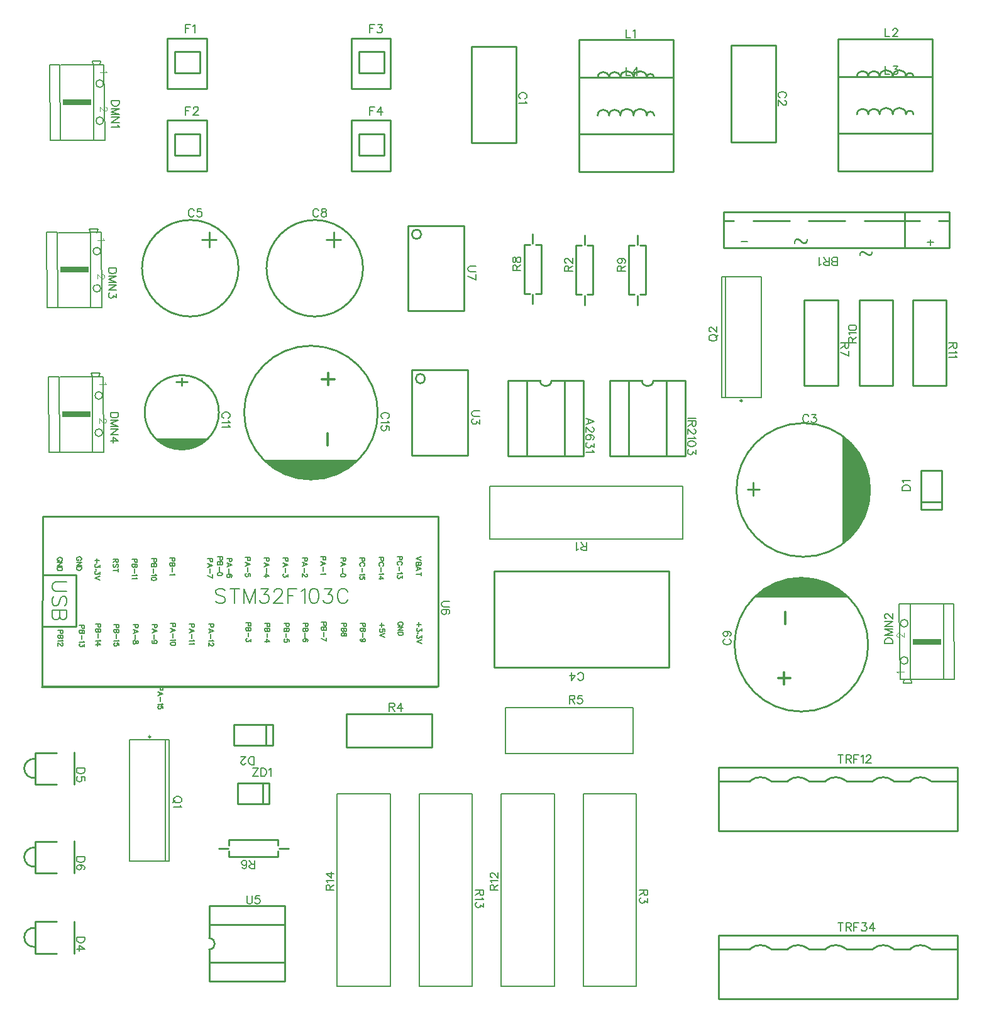
<source format=gto>
G04 Layer: TopSilkscreenLayer*
G04 EasyEDA v6.5.23, 2023-06-02 07:25:32*
G04 faa352a2f59442928f15561526b97a70,7a70a1584c9f4322b4499a83215dc486,10*
G04 Gerber Generator version 0.2*
G04 Scale: 100 percent, Rotated: No, Reflected: No *
G04 Dimensions in millimeters *
G04 leading zeros omitted , absolute positions ,4 integer and 5 decimal *
%FSLAX45Y45*%
%MOMM*%

%ADD10C,0.1524*%
%ADD11C,0.2032*%
%ADD12C,0.3000*%
%ADD13C,0.1189*%
%ADD14C,0.2000*%
%ADD15C,0.2540*%
%ADD16C,0.1520*%
%ADD17C,0.2286*%
%ADD18C,0.2007*%
%ADD19C,0.2489*%
%ADD20C,0.0113*%

%LPD*%
D10*
X8306815Y8403844D02*
G01*
X8197850Y8445500D01*
X8306815Y8403844D02*
G01*
X8197850Y8362442D01*
X8234172Y8430005D02*
G01*
X8234172Y8377936D01*
X8280908Y8322818D02*
G01*
X8285988Y8322818D01*
X8296402Y8317737D01*
X8301736Y8312404D01*
X8306815Y8301989D01*
X8306815Y8281415D01*
X8301736Y8271002D01*
X8296402Y8265668D01*
X8285988Y8260587D01*
X8275574Y8260587D01*
X8265159Y8265668D01*
X8249665Y8276081D01*
X8197850Y8328152D01*
X8197850Y8255254D01*
X8291322Y8158734D02*
G01*
X8301736Y8163813D01*
X8306815Y8179562D01*
X8306815Y8189976D01*
X8301736Y8205470D01*
X8285988Y8215884D01*
X8260079Y8220963D01*
X8234172Y8220963D01*
X8213343Y8215884D01*
X8202929Y8205470D01*
X8197850Y8189976D01*
X8197850Y8184642D01*
X8202929Y8169147D01*
X8213343Y8158734D01*
X8228838Y8153400D01*
X8234172Y8153400D01*
X8249665Y8158734D01*
X8260079Y8169147D01*
X8265159Y8184642D01*
X8265159Y8189976D01*
X8260079Y8205470D01*
X8249665Y8215884D01*
X8234172Y8220963D01*
X8306815Y8108950D02*
G01*
X8306815Y8051800D01*
X8265159Y8082787D01*
X8265159Y8067294D01*
X8260079Y8056879D01*
X8255000Y8051800D01*
X8239252Y8046465D01*
X8228838Y8046465D01*
X8213343Y8051800D01*
X8202929Y8061960D01*
X8197850Y8077708D01*
X8197850Y8093202D01*
X8202929Y8108950D01*
X8208009Y8114029D01*
X8218424Y8119110D01*
X8285988Y8012176D02*
G01*
X8291322Y8001762D01*
X8306815Y7986268D01*
X8197850Y7986268D01*
X9678415Y8445500D02*
G01*
X9569450Y8445500D01*
X9678415Y8411210D02*
G01*
X9569450Y8411210D01*
X9678415Y8411210D02*
G01*
X9678415Y8364473D01*
X9673336Y8348979D01*
X9668002Y8343645D01*
X9657588Y8338565D01*
X9647174Y8338565D01*
X9636759Y8343645D01*
X9631679Y8348979D01*
X9626600Y8364473D01*
X9626600Y8411210D01*
X9626600Y8374887D02*
G01*
X9569450Y8338565D01*
X9652508Y8298942D02*
G01*
X9657588Y8298942D01*
X9668002Y8293862D01*
X9673336Y8288528D01*
X9678415Y8278113D01*
X9678415Y8257539D01*
X9673336Y8247126D01*
X9668002Y8241792D01*
X9657588Y8236712D01*
X9647174Y8236712D01*
X9636759Y8241792D01*
X9621265Y8252205D01*
X9569450Y8304276D01*
X9569450Y8231378D01*
X9657588Y8197087D02*
G01*
X9662922Y8186673D01*
X9678415Y8171179D01*
X9569450Y8171179D01*
X9678415Y8105647D02*
G01*
X9673336Y8121395D01*
X9657588Y8131810D01*
X9631679Y8136889D01*
X9616186Y8136889D01*
X9590024Y8131810D01*
X9574529Y8121395D01*
X9569450Y8105647D01*
X9569450Y8095234D01*
X9574529Y8079739D01*
X9590024Y8069326D01*
X9616186Y8064245D01*
X9631679Y8064245D01*
X9657588Y8069326D01*
X9673336Y8079739D01*
X9678415Y8095234D01*
X9678415Y8105647D01*
X9678415Y8019542D02*
G01*
X9678415Y7962392D01*
X9636759Y7993379D01*
X9636759Y7977886D01*
X9631679Y7967471D01*
X9626600Y7962392D01*
X9610852Y7957058D01*
X9600438Y7957058D01*
X9584943Y7962392D01*
X9574529Y7972805D01*
X9569450Y7988300D01*
X9569450Y8003794D01*
X9574529Y8019542D01*
X9579609Y8024621D01*
X9590024Y8029955D01*
X3632200Y2020315D02*
G01*
X3632200Y1942337D01*
X3637279Y1926844D01*
X3647693Y1916429D01*
X3663441Y1911350D01*
X3673856Y1911350D01*
X3689350Y1916429D01*
X3699763Y1926844D01*
X3704843Y1942337D01*
X3704843Y2020315D01*
X3801618Y2020315D02*
G01*
X3749547Y2020315D01*
X3744468Y1973579D01*
X3749547Y1978660D01*
X3765295Y1983994D01*
X3780790Y1983994D01*
X3796284Y1978660D01*
X3806697Y1968500D01*
X3812031Y1952752D01*
X3812031Y1942337D01*
X3806697Y1926844D01*
X3796284Y1916429D01*
X3780790Y1911350D01*
X3765295Y1911350D01*
X3749547Y1916429D01*
X3744468Y1921510D01*
X3739134Y1931923D01*
X11582400Y10501884D02*
G01*
X11582400Y10610850D01*
X11582400Y10501884D02*
G01*
X11535663Y10501884D01*
X11520170Y10506963D01*
X11514836Y10512297D01*
X11509756Y10522712D01*
X11509756Y10533126D01*
X11514836Y10543539D01*
X11520170Y10548620D01*
X11535663Y10553700D01*
X11582400Y10553700D02*
G01*
X11535663Y10553700D01*
X11520170Y10559034D01*
X11514836Y10564113D01*
X11509756Y10574528D01*
X11509756Y10590276D01*
X11514836Y10600689D01*
X11520170Y10605770D01*
X11535663Y10610850D01*
X11582400Y10610850D01*
X11475465Y10501884D02*
G01*
X11475465Y10610850D01*
X11475465Y10501884D02*
G01*
X11428729Y10501884D01*
X11412981Y10506963D01*
X11407902Y10512297D01*
X11402568Y10522712D01*
X11402568Y10533126D01*
X11407902Y10543539D01*
X11412981Y10548620D01*
X11428729Y10553700D01*
X11475465Y10553700D01*
X11438890Y10553700D02*
G01*
X11402568Y10610850D01*
X11368277Y10522712D02*
G01*
X11357863Y10517378D01*
X11342370Y10501884D01*
X11342370Y10610850D01*
D11*
X10375836Y10824718D02*
G01*
X10294048Y10824718D01*
X11176066Y10855705D02*
G01*
X11176066Y10837163D01*
X11166668Y10809478D01*
X11148380Y10800334D01*
X11129838Y10800334D01*
X11111296Y10809478D01*
X11074466Y10837163D01*
X11055924Y10846562D01*
X11037382Y10846562D01*
X11019094Y10837163D01*
X11009696Y10818876D01*
X11176066Y10837163D02*
G01*
X11166668Y10818876D01*
X11148380Y10809478D01*
X11129838Y10809478D01*
X11111296Y10818876D01*
X11074466Y10846562D01*
X11055924Y10855705D01*
X11037382Y10855705D01*
X11019094Y10846562D01*
X11009696Y10818876D01*
X11009696Y10800334D01*
X12052391Y10690605D02*
G01*
X12052391Y10672063D01*
X12042993Y10644378D01*
X12024705Y10635234D01*
X12006163Y10635234D01*
X11987621Y10644378D01*
X11950791Y10672063D01*
X11932249Y10681462D01*
X11913707Y10681462D01*
X11895419Y10672063D01*
X11886021Y10653776D01*
X12052391Y10672063D02*
G01*
X12042993Y10653776D01*
X12024705Y10644378D01*
X12006163Y10644378D01*
X11987621Y10653776D01*
X11950791Y10681462D01*
X11932249Y10690605D01*
X11913707Y10690605D01*
X11895419Y10681462D01*
X11886021Y10653776D01*
X11886021Y10635234D01*
X12836842Y10771124D02*
G01*
X12836842Y10853165D01*
X12877736Y10812018D02*
G01*
X12795948Y10812018D01*
D10*
X7379208Y12749021D02*
G01*
X7389622Y12754355D01*
X7400036Y12764770D01*
X7405115Y12774929D01*
X7405115Y12795758D01*
X7400036Y12806171D01*
X7389622Y12816586D01*
X7379208Y12821920D01*
X7363459Y12827000D01*
X7337552Y12827000D01*
X7322058Y12821920D01*
X7311643Y12816586D01*
X7301229Y12806171D01*
X7296150Y12795758D01*
X7296150Y12774929D01*
X7301229Y12764770D01*
X7311643Y12754355D01*
X7322058Y12749021D01*
X7384288Y12714731D02*
G01*
X7389622Y12704318D01*
X7405115Y12688824D01*
X7296150Y12688824D01*
X10871708Y12761721D02*
G01*
X10882122Y12767055D01*
X10892536Y12777470D01*
X10897615Y12787629D01*
X10897615Y12808458D01*
X10892536Y12818871D01*
X10882122Y12829286D01*
X10871708Y12834620D01*
X10855959Y12839700D01*
X10830052Y12839700D01*
X10814558Y12834620D01*
X10804143Y12829286D01*
X10793729Y12818871D01*
X10788650Y12808458D01*
X10788650Y12787629D01*
X10793729Y12777470D01*
X10804143Y12767055D01*
X10814558Y12761721D01*
X10871708Y12722352D02*
G01*
X10876788Y12722352D01*
X10887202Y12717018D01*
X10892536Y12711937D01*
X10897615Y12701524D01*
X10897615Y12680695D01*
X10892536Y12670281D01*
X10887202Y12665202D01*
X10876788Y12659868D01*
X10866374Y12659868D01*
X10855959Y12665202D01*
X10840465Y12675615D01*
X10788650Y12727431D01*
X10788650Y12654787D01*
X11197170Y8471408D02*
G01*
X11191836Y8481821D01*
X11181422Y8492236D01*
X11171262Y8497315D01*
X11150434Y8497315D01*
X11140020Y8492236D01*
X11129606Y8481821D01*
X11124272Y8471408D01*
X11119192Y8455660D01*
X11119192Y8429752D01*
X11124272Y8414258D01*
X11129606Y8403844D01*
X11140020Y8393429D01*
X11150434Y8388350D01*
X11171262Y8388350D01*
X11181422Y8393429D01*
X11191836Y8403844D01*
X11197170Y8414258D01*
X11241874Y8497315D02*
G01*
X11299024Y8497315D01*
X11267782Y8455660D01*
X11283276Y8455660D01*
X11293690Y8450579D01*
X11299024Y8445500D01*
X11304104Y8429752D01*
X11304104Y8419337D01*
X11299024Y8403844D01*
X11288610Y8393429D01*
X11272862Y8388350D01*
X11257368Y8388350D01*
X11241874Y8393429D01*
X11236540Y8398510D01*
X11231460Y8408924D01*
X8088122Y4939792D02*
G01*
X8093456Y4929378D01*
X8103870Y4918963D01*
X8114029Y4913884D01*
X8134858Y4913884D01*
X8145272Y4918963D01*
X8155686Y4929378D01*
X8161020Y4939792D01*
X8166100Y4955539D01*
X8166100Y4981447D01*
X8161020Y4996942D01*
X8155686Y5007355D01*
X8145272Y5017770D01*
X8134858Y5022850D01*
X8114029Y5022850D01*
X8103870Y5017770D01*
X8093456Y5007355D01*
X8088122Y4996942D01*
X8002015Y4913884D02*
G01*
X8053831Y4986528D01*
X7975854Y4986528D01*
X8002015Y4913884D02*
G01*
X8002015Y5022850D01*
X2922777Y11240033D02*
G01*
X2917443Y11250447D01*
X2907029Y11260861D01*
X2896870Y11265941D01*
X2876041Y11265941D01*
X2865627Y11260861D01*
X2855213Y11250447D01*
X2849879Y11240033D01*
X2844800Y11224285D01*
X2844800Y11198377D01*
X2849879Y11182883D01*
X2855213Y11172469D01*
X2865627Y11162055D01*
X2876041Y11156975D01*
X2896870Y11156975D01*
X2907029Y11162055D01*
X2917443Y11172469D01*
X2922777Y11182883D01*
X3019297Y11265941D02*
G01*
X2967481Y11265941D01*
X2962147Y11219205D01*
X2967481Y11224285D01*
X2982975Y11229619D01*
X2998470Y11229619D01*
X3014218Y11224285D01*
X3024631Y11214125D01*
X3029711Y11198377D01*
X3029711Y11187963D01*
X3024631Y11172469D01*
X3014218Y11162055D01*
X2998470Y11156975D01*
X2982975Y11156975D01*
X2967481Y11162055D01*
X2962147Y11167135D01*
X2957068Y11177549D01*
X4599177Y11240033D02*
G01*
X4593843Y11250447D01*
X4583429Y11260861D01*
X4573270Y11265941D01*
X4552441Y11265941D01*
X4542027Y11260861D01*
X4531613Y11250447D01*
X4526279Y11240033D01*
X4521200Y11224285D01*
X4521200Y11198377D01*
X4526279Y11182883D01*
X4531613Y11172469D01*
X4542027Y11162055D01*
X4552441Y11156975D01*
X4573270Y11156975D01*
X4583429Y11162055D01*
X4593843Y11172469D01*
X4599177Y11182883D01*
X4659375Y11265941D02*
G01*
X4643881Y11260861D01*
X4638547Y11250447D01*
X4638547Y11240033D01*
X4643881Y11229619D01*
X4654295Y11224285D01*
X4674870Y11219205D01*
X4690618Y11214125D01*
X4701031Y11203711D01*
X4706111Y11193297D01*
X4706111Y11177549D01*
X4701031Y11167135D01*
X4695697Y11162055D01*
X4680204Y11156975D01*
X4659375Y11156975D01*
X4643881Y11162055D01*
X4638547Y11167135D01*
X4633468Y11177549D01*
X4633468Y11193297D01*
X4638547Y11203711D01*
X4648961Y11214125D01*
X4664709Y11219205D01*
X4685284Y11224285D01*
X4695697Y11229619D01*
X4701031Y11240033D01*
X4701031Y11250447D01*
X4695697Y11260861D01*
X4680204Y11265941D01*
X4659375Y11265941D01*
X3378708Y8447747D02*
G01*
X3389122Y8453081D01*
X3399536Y8463495D01*
X3404615Y8473655D01*
X3404615Y8494483D01*
X3399536Y8504897D01*
X3389122Y8515311D01*
X3378708Y8520645D01*
X3362959Y8525725D01*
X3337052Y8525725D01*
X3321558Y8520645D01*
X3311143Y8515311D01*
X3300729Y8504897D01*
X3295650Y8494483D01*
X3295650Y8473655D01*
X3300729Y8463495D01*
X3311143Y8453081D01*
X3321558Y8447747D01*
X3383788Y8413457D02*
G01*
X3389122Y8403043D01*
X3404615Y8387549D01*
X3295650Y8387549D01*
X3383788Y8353259D02*
G01*
X3389122Y8342845D01*
X3404615Y8327351D01*
X3295650Y8327351D01*
X5525008Y8443742D02*
G01*
X5535422Y8449076D01*
X5545836Y8459490D01*
X5550915Y8469650D01*
X5550915Y8490478D01*
X5545836Y8500892D01*
X5535422Y8511306D01*
X5525008Y8516640D01*
X5509259Y8521720D01*
X5483352Y8521720D01*
X5467858Y8516640D01*
X5457443Y8511306D01*
X5447029Y8500892D01*
X5441950Y8490478D01*
X5441950Y8469650D01*
X5447029Y8459490D01*
X5457443Y8449076D01*
X5467858Y8443742D01*
X5530088Y8409452D02*
G01*
X5535422Y8399038D01*
X5550915Y8383544D01*
X5441950Y8383544D01*
X5550915Y8286770D02*
G01*
X5550915Y8338840D01*
X5504179Y8343920D01*
X5509259Y8338840D01*
X5514593Y8323346D01*
X5514593Y8307598D01*
X5509259Y8292104D01*
X5499100Y8281690D01*
X5483352Y8276610D01*
X5472938Y8276610D01*
X5457443Y8281690D01*
X5447029Y8292104D01*
X5441950Y8307598D01*
X5441950Y8323346D01*
X5447029Y8338840D01*
X5452109Y8343920D01*
X5462524Y8349254D01*
D12*
X4809997Y8973332D02*
G01*
X4646422Y8973332D01*
X4728209Y9055120D02*
G01*
X4728209Y8891544D01*
X4715509Y8242320D02*
G01*
X4715509Y8078744D01*
D10*
X12457684Y7473950D02*
G01*
X12566650Y7473950D01*
X12457684Y7473950D02*
G01*
X12457684Y7510271D01*
X12462763Y7526020D01*
X12473177Y7536179D01*
X12483591Y7541513D01*
X12499340Y7546594D01*
X12525247Y7546594D01*
X12540741Y7541513D01*
X12551156Y7536179D01*
X12561570Y7526020D01*
X12566650Y7510271D01*
X12566650Y7473950D01*
X12478511Y7580884D02*
G01*
X12473177Y7591297D01*
X12457684Y7607045D01*
X12566650Y7607045D01*
X3727447Y3783584D02*
G01*
X3727447Y3892550D01*
X3727447Y3783584D02*
G01*
X3691125Y3783584D01*
X3675377Y3788663D01*
X3665217Y3799078D01*
X3659883Y3809492D01*
X3654803Y3825239D01*
X3654803Y3851147D01*
X3659883Y3866642D01*
X3665217Y3877055D01*
X3675377Y3887470D01*
X3691125Y3892550D01*
X3727447Y3892550D01*
X3615179Y3809492D02*
G01*
X3615179Y3804412D01*
X3610099Y3793997D01*
X3604765Y3788663D01*
X3594351Y3783584D01*
X3573777Y3783584D01*
X3563363Y3788663D01*
X3558029Y3793997D01*
X3552949Y3804412D01*
X3552949Y3814826D01*
X3558029Y3825239D01*
X3568443Y3840734D01*
X3620513Y3892550D01*
X3547615Y3892550D01*
X1448815Y1460500D02*
G01*
X1339850Y1460500D01*
X1448815Y1460500D02*
G01*
X1448815Y1424178D01*
X1443736Y1408429D01*
X1433321Y1398270D01*
X1422907Y1392936D01*
X1407160Y1387855D01*
X1381252Y1387855D01*
X1365757Y1392936D01*
X1355344Y1398270D01*
X1344929Y1408429D01*
X1339850Y1424178D01*
X1339850Y1460500D01*
X1448815Y1301495D02*
G01*
X1376171Y1353565D01*
X1376171Y1275587D01*
X1448815Y1301495D02*
G01*
X1339850Y1301495D01*
X1448790Y3733800D02*
G01*
X1339824Y3733800D01*
X1448790Y3733800D02*
G01*
X1448790Y3697478D01*
X1443710Y3681729D01*
X1433296Y3671570D01*
X1422882Y3666236D01*
X1407134Y3661155D01*
X1381226Y3661155D01*
X1365732Y3666236D01*
X1355318Y3671570D01*
X1344904Y3681729D01*
X1339824Y3697478D01*
X1339824Y3733800D01*
X1448790Y3564381D02*
G01*
X1448790Y3616452D01*
X1402054Y3621531D01*
X1407134Y3616452D01*
X1412468Y3600704D01*
X1412468Y3585210D01*
X1407134Y3569715D01*
X1396974Y3559302D01*
X1381226Y3553968D01*
X1370812Y3553968D01*
X1355318Y3559302D01*
X1344904Y3569715D01*
X1339824Y3585210D01*
X1339824Y3600704D01*
X1344904Y3616452D01*
X1349984Y3621531D01*
X1360398Y3626865D01*
X1448790Y2540000D02*
G01*
X1339824Y2540000D01*
X1448790Y2540000D02*
G01*
X1448790Y2503678D01*
X1443710Y2487929D01*
X1433296Y2477770D01*
X1422882Y2472436D01*
X1407134Y2467355D01*
X1381226Y2467355D01*
X1365732Y2472436D01*
X1355318Y2477770D01*
X1344904Y2487929D01*
X1339824Y2503678D01*
X1339824Y2540000D01*
X1433296Y2370581D02*
G01*
X1443710Y2375915D01*
X1448790Y2391410D01*
X1448790Y2401823D01*
X1443710Y2417318D01*
X1427962Y2427731D01*
X1402054Y2433065D01*
X1376146Y2433065D01*
X1355318Y2427731D01*
X1344904Y2417318D01*
X1339824Y2401823D01*
X1339824Y2396489D01*
X1344904Y2380995D01*
X1355318Y2370581D01*
X1370812Y2365502D01*
X1376146Y2365502D01*
X1391640Y2370581D01*
X1402054Y2380995D01*
X1407134Y2396489D01*
X1407134Y2401823D01*
X1402054Y2417318D01*
X1391640Y2427731D01*
X1376146Y2433065D01*
X1915490Y12721209D02*
G01*
X1806524Y12721209D01*
X1915490Y12721209D02*
G01*
X1915490Y12684887D01*
X1910410Y12669138D01*
X1899996Y12658979D01*
X1889582Y12653645D01*
X1873834Y12648564D01*
X1847926Y12648564D01*
X1832432Y12653645D01*
X1822018Y12658979D01*
X1811604Y12669138D01*
X1806524Y12684887D01*
X1806524Y12721209D01*
X1915490Y12614275D02*
G01*
X1806524Y12614275D01*
X1915490Y12614275D02*
G01*
X1806524Y12572619D01*
X1915490Y12530962D02*
G01*
X1806524Y12572619D01*
X1915490Y12530962D02*
G01*
X1806524Y12530962D01*
X1915490Y12496672D02*
G01*
X1806524Y12496672D01*
X1915490Y12496672D02*
G01*
X1806524Y12424029D01*
X1915490Y12424029D02*
G01*
X1806524Y12424029D01*
X1894662Y12389738D02*
G01*
X1899996Y12379325D01*
X1915490Y12363830D01*
X1806524Y12363830D01*
D13*
X1731594Y13122782D02*
G01*
X1736166Y13113893D01*
X1749628Y13100430D01*
X1655140Y13100430D01*
X1727276Y12635864D02*
G01*
X1731594Y12635864D01*
X1740738Y12631293D01*
X1745310Y12626720D01*
X1749628Y12617830D01*
X1749628Y12599796D01*
X1745310Y12590653D01*
X1740738Y12586335D01*
X1731594Y12581762D01*
X1722704Y12581762D01*
X1713560Y12586335D01*
X1700098Y12595225D01*
X1655140Y12640183D01*
X1655140Y12577190D01*
D10*
X12219609Y5414390D02*
G01*
X12328575Y5414390D01*
X12219609Y5414390D02*
G01*
X12219609Y5450712D01*
X12224689Y5466461D01*
X12235103Y5476620D01*
X12245517Y5481954D01*
X12261265Y5487035D01*
X12287173Y5487035D01*
X12302667Y5481954D01*
X12313081Y5476620D01*
X12323495Y5466461D01*
X12328575Y5450712D01*
X12328575Y5414390D01*
X12219609Y5521325D02*
G01*
X12328575Y5521325D01*
X12219609Y5521325D02*
G01*
X12328575Y5562980D01*
X12219609Y5604637D02*
G01*
X12328575Y5562980D01*
X12219609Y5604637D02*
G01*
X12328575Y5604637D01*
X12219609Y5638927D02*
G01*
X12328575Y5638927D01*
X12219609Y5638927D02*
G01*
X12328575Y5711570D01*
X12219609Y5711570D02*
G01*
X12328575Y5711570D01*
X12245517Y5750940D02*
G01*
X12240437Y5750940D01*
X12230023Y5756275D01*
X12224689Y5761354D01*
X12219609Y5771769D01*
X12219609Y5792596D01*
X12224689Y5803011D01*
X12230023Y5808090D01*
X12240437Y5813425D01*
X12250851Y5813425D01*
X12261265Y5808090D01*
X12276759Y5797930D01*
X12328575Y5745861D01*
X12328575Y5818504D01*
D13*
X12403505Y5012817D02*
G01*
X12398933Y5021706D01*
X12385471Y5035169D01*
X12479959Y5035169D01*
X12407823Y5499735D02*
G01*
X12403505Y5499735D01*
X12394361Y5504306D01*
X12389789Y5508879D01*
X12385471Y5517769D01*
X12385471Y5535803D01*
X12389789Y5544946D01*
X12394361Y5549264D01*
X12403505Y5553837D01*
X12412395Y5553837D01*
X12421539Y5549264D01*
X12435001Y5540375D01*
X12479959Y5495417D01*
X12479959Y5558409D01*
D10*
X1877390Y10465907D02*
G01*
X1768424Y10465907D01*
X1877390Y10465907D02*
G01*
X1877390Y10429585D01*
X1872310Y10413837D01*
X1861896Y10403677D01*
X1851482Y10398343D01*
X1835734Y10393263D01*
X1809826Y10393263D01*
X1794332Y10398343D01*
X1783918Y10403677D01*
X1773504Y10413837D01*
X1768424Y10429585D01*
X1768424Y10465907D01*
X1877390Y10358973D02*
G01*
X1768424Y10358973D01*
X1877390Y10358973D02*
G01*
X1768424Y10317317D01*
X1877390Y10275661D02*
G01*
X1768424Y10317317D01*
X1877390Y10275661D02*
G01*
X1768424Y10275661D01*
X1877390Y10241371D02*
G01*
X1768424Y10241371D01*
X1877390Y10241371D02*
G01*
X1768424Y10168727D01*
X1877390Y10168727D02*
G01*
X1768424Y10168727D01*
X1877390Y10124023D02*
G01*
X1877390Y10066873D01*
X1835734Y10098115D01*
X1835734Y10082367D01*
X1830654Y10072207D01*
X1825574Y10066873D01*
X1809826Y10061793D01*
X1799412Y10061793D01*
X1783918Y10066873D01*
X1773504Y10077287D01*
X1768424Y10092781D01*
X1768424Y10108529D01*
X1773504Y10124023D01*
X1778584Y10129357D01*
X1788998Y10134437D01*
D13*
X1693494Y10867481D02*
G01*
X1698066Y10858591D01*
X1711528Y10845129D01*
X1617040Y10845129D01*
X1689176Y10380563D02*
G01*
X1693494Y10380563D01*
X1702638Y10375991D01*
X1707210Y10371419D01*
X1711528Y10362529D01*
X1711528Y10344495D01*
X1707210Y10335351D01*
X1702638Y10331033D01*
X1693494Y10326461D01*
X1684604Y10326461D01*
X1675460Y10331033D01*
X1661998Y10339923D01*
X1617040Y10384881D01*
X1617040Y10321889D01*
D10*
X1902790Y8522804D02*
G01*
X1793824Y8522804D01*
X1902790Y8522804D02*
G01*
X1902790Y8486482D01*
X1897710Y8470734D01*
X1887296Y8460574D01*
X1876882Y8455240D01*
X1861134Y8450160D01*
X1835226Y8450160D01*
X1819732Y8455240D01*
X1809318Y8460574D01*
X1798904Y8470734D01*
X1793824Y8486482D01*
X1793824Y8522804D01*
X1902790Y8415870D02*
G01*
X1793824Y8415870D01*
X1902790Y8415870D02*
G01*
X1793824Y8374214D01*
X1902790Y8332558D02*
G01*
X1793824Y8374214D01*
X1902790Y8332558D02*
G01*
X1793824Y8332558D01*
X1902790Y8298268D02*
G01*
X1793824Y8298268D01*
X1902790Y8298268D02*
G01*
X1793824Y8225624D01*
X1902790Y8225624D02*
G01*
X1793824Y8225624D01*
X1902790Y8139264D02*
G01*
X1830146Y8191334D01*
X1830146Y8113356D01*
X1902790Y8139264D02*
G01*
X1793824Y8139264D01*
D13*
X1718894Y8924378D02*
G01*
X1723466Y8915488D01*
X1736928Y8902026D01*
X1642440Y8902026D01*
X1714576Y8437460D02*
G01*
X1718894Y8437460D01*
X1728038Y8432888D01*
X1732610Y8428316D01*
X1736928Y8419426D01*
X1736928Y8401392D01*
X1732610Y8392248D01*
X1728038Y8387930D01*
X1718894Y8383358D01*
X1710004Y8383358D01*
X1700860Y8387930D01*
X1687398Y8396820D01*
X1642440Y8441778D01*
X1642440Y8378786D01*
D10*
X2806700Y13742416D02*
G01*
X2806700Y13633450D01*
X2806700Y13742416D02*
G01*
X2874263Y13742416D01*
X2806700Y13690600D02*
G01*
X2848356Y13690600D01*
X2908554Y13721587D02*
G01*
X2918968Y13726921D01*
X2934461Y13742416D01*
X2934461Y13633450D01*
X2806700Y12637515D02*
G01*
X2806700Y12528550D01*
X2806700Y12637515D02*
G01*
X2874263Y12637515D01*
X2806700Y12585700D02*
G01*
X2848356Y12585700D01*
X2913634Y12611608D02*
G01*
X2913634Y12616687D01*
X2918968Y12627102D01*
X2924047Y12632436D01*
X2934461Y12637515D01*
X2955290Y12637515D01*
X2965704Y12632436D01*
X2970784Y12627102D01*
X2976118Y12616687D01*
X2976118Y12606274D01*
X2970784Y12595860D01*
X2960370Y12580365D01*
X2908554Y12528550D01*
X2981197Y12528550D01*
X5283200Y13742416D02*
G01*
X5283200Y13633450D01*
X5283200Y13742416D02*
G01*
X5350763Y13742416D01*
X5283200Y13690600D02*
G01*
X5324856Y13690600D01*
X5395468Y13742416D02*
G01*
X5452618Y13742416D01*
X5421375Y13700760D01*
X5436870Y13700760D01*
X5447284Y13695679D01*
X5452618Y13690600D01*
X5457697Y13674852D01*
X5457697Y13664437D01*
X5452618Y13648944D01*
X5442204Y13638529D01*
X5426709Y13633450D01*
X5410961Y13633450D01*
X5395468Y13638529D01*
X5390134Y13643610D01*
X5385054Y13654024D01*
X5283200Y12637515D02*
G01*
X5283200Y12528550D01*
X5283200Y12637515D02*
G01*
X5350763Y12637515D01*
X5283200Y12585700D02*
G01*
X5324856Y12585700D01*
X5436870Y12637515D02*
G01*
X5385054Y12564871D01*
X5463031Y12564871D01*
X5436870Y12637515D02*
G01*
X5436870Y12528550D01*
X8737600Y13678916D02*
G01*
X8737600Y13569950D01*
X8737600Y13569950D02*
G01*
X8799829Y13569950D01*
X8834120Y13658087D02*
G01*
X8844534Y13663421D01*
X8860281Y13678916D01*
X8860281Y13569950D01*
X12230100Y13691616D02*
G01*
X12230100Y13582650D01*
X12230100Y13582650D02*
G01*
X12292329Y13582650D01*
X12331954Y13665707D02*
G01*
X12331954Y13670787D01*
X12337034Y13681202D01*
X12342368Y13686536D01*
X12352781Y13691616D01*
X12373609Y13691616D01*
X12383770Y13686536D01*
X12389104Y13681202D01*
X12394184Y13670787D01*
X12394184Y13660374D01*
X12389104Y13649960D01*
X12378690Y13634466D01*
X12326620Y13582650D01*
X12399518Y13582650D01*
X12230100Y13183616D02*
G01*
X12230100Y13074650D01*
X12230100Y13074650D02*
G01*
X12292329Y13074650D01*
X12337034Y13183616D02*
G01*
X12394184Y13183616D01*
X12363195Y13141960D01*
X12378690Y13141960D01*
X12389104Y13136879D01*
X12394184Y13131800D01*
X12399518Y13116052D01*
X12399518Y13105637D01*
X12394184Y13090144D01*
X12383770Y13079729D01*
X12368275Y13074650D01*
X12352781Y13074650D01*
X12337034Y13079729D01*
X12331954Y13084810D01*
X12326620Y13095224D01*
X8737600Y13170916D02*
G01*
X8737600Y13061950D01*
X8737600Y13061950D02*
G01*
X8799829Y13061950D01*
X8886190Y13170916D02*
G01*
X8834120Y13098271D01*
X8912097Y13098271D01*
X8886190Y13170916D02*
G01*
X8886190Y13061950D01*
X8207502Y6666484D02*
G01*
X8207502Y6775450D01*
X8207502Y6666484D02*
G01*
X8160765Y6666484D01*
X8145272Y6671563D01*
X8139938Y6676897D01*
X8134858Y6687312D01*
X8134858Y6697726D01*
X8139938Y6708139D01*
X8145272Y6713220D01*
X8160765Y6718300D01*
X8207502Y6718300D01*
X8171179Y6718300D02*
G01*
X8134858Y6775450D01*
X8100568Y6687312D02*
G01*
X8090154Y6681978D01*
X8074406Y6666484D01*
X8074406Y6775450D01*
X9030715Y2098802D02*
G01*
X8921750Y2098802D01*
X9030715Y2098802D02*
G01*
X9030715Y2052065D01*
X9025636Y2036571D01*
X9020302Y2031237D01*
X9009888Y2026157D01*
X8999474Y2026157D01*
X8989059Y2031237D01*
X8983979Y2036571D01*
X8978900Y2052065D01*
X8978900Y2098802D01*
X8978900Y2062479D02*
G01*
X8921750Y2026157D01*
X9030715Y1981454D02*
G01*
X9030715Y1924304D01*
X8989059Y1955292D01*
X8989059Y1939797D01*
X8983979Y1929384D01*
X8978900Y1924304D01*
X8963152Y1918970D01*
X8952738Y1918970D01*
X8937243Y1924304D01*
X8926829Y1934718D01*
X8921750Y1950212D01*
X8921750Y1965705D01*
X8926829Y1981454D01*
X8931909Y1986534D01*
X8942324Y1991868D01*
X6907784Y2092197D02*
G01*
X7016750Y2092197D01*
X6907784Y2092197D02*
G01*
X6907784Y2138934D01*
X6912863Y2154428D01*
X6918197Y2159762D01*
X6928611Y2164842D01*
X6939025Y2164842D01*
X6949440Y2159762D01*
X6954520Y2154428D01*
X6959600Y2138934D01*
X6959600Y2092197D01*
X6959600Y2128520D02*
G01*
X7016750Y2164842D01*
X6928611Y2199131D02*
G01*
X6923277Y2209545D01*
X6907784Y2225294D01*
X7016750Y2225294D01*
X6933691Y2264663D02*
G01*
X6928611Y2264663D01*
X6918197Y2269997D01*
X6912863Y2275078D01*
X6907784Y2285492D01*
X6907784Y2306320D01*
X6912863Y2316734D01*
X6918197Y2321813D01*
X6928611Y2327147D01*
X6939025Y2327147D01*
X6949440Y2321813D01*
X6964934Y2311400D01*
X7016750Y2259584D01*
X7016750Y2332228D01*
X6820915Y2098802D02*
G01*
X6711950Y2098802D01*
X6820915Y2098802D02*
G01*
X6820915Y2052065D01*
X6815836Y2036571D01*
X6810502Y2031237D01*
X6800088Y2026157D01*
X6789674Y2026157D01*
X6779259Y2031237D01*
X6774179Y2036571D01*
X6769100Y2052065D01*
X6769100Y2098802D01*
X6769100Y2062479D02*
G01*
X6711950Y2026157D01*
X6800088Y1991868D02*
G01*
X6805422Y1981454D01*
X6820915Y1965705D01*
X6711950Y1965705D01*
X6820915Y1921002D02*
G01*
X6820915Y1863852D01*
X6779259Y1895094D01*
X6779259Y1879600D01*
X6774179Y1869186D01*
X6769100Y1863852D01*
X6753352Y1858771D01*
X6742938Y1858771D01*
X6727443Y1863852D01*
X6717029Y1874265D01*
X6711950Y1890013D01*
X6711950Y1905507D01*
X6717029Y1921002D01*
X6722109Y1926336D01*
X6732524Y1931415D01*
X4697984Y2092197D02*
G01*
X4806950Y2092197D01*
X4697984Y2092197D02*
G01*
X4697984Y2138934D01*
X4703063Y2154428D01*
X4708397Y2159762D01*
X4718811Y2164842D01*
X4729225Y2164842D01*
X4739640Y2159762D01*
X4744720Y2154428D01*
X4749800Y2138934D01*
X4749800Y2092197D01*
X4749800Y2128520D02*
G01*
X4806950Y2164842D01*
X4718811Y2199131D02*
G01*
X4713477Y2209545D01*
X4697984Y2225294D01*
X4806950Y2225294D01*
X4697984Y2311400D02*
G01*
X4770627Y2259584D01*
X4770627Y2337307D01*
X4697984Y2311400D02*
G01*
X4806950Y2311400D01*
X7911084Y10422986D02*
G01*
X8020050Y10422986D01*
X7911084Y10422986D02*
G01*
X7911084Y10469722D01*
X7916163Y10485216D01*
X7921497Y10490550D01*
X7931911Y10495630D01*
X7942325Y10495630D01*
X7952740Y10490550D01*
X7957820Y10485216D01*
X7962900Y10469722D01*
X7962900Y10422986D01*
X7962900Y10459308D02*
G01*
X8020050Y10495630D01*
X7936991Y10535254D02*
G01*
X7931911Y10535254D01*
X7921497Y10540334D01*
X7916163Y10545668D01*
X7911084Y10556082D01*
X7911084Y10576656D01*
X7916163Y10587070D01*
X7921497Y10592404D01*
X7931911Y10597484D01*
X7942325Y10597484D01*
X7952740Y10592404D01*
X7968234Y10581990D01*
X8020050Y10529920D01*
X8020050Y10602818D01*
X3737307Y2386584D02*
G01*
X3737307Y2495550D01*
X3737307Y2386584D02*
G01*
X3690571Y2386584D01*
X3675077Y2391663D01*
X3669743Y2396997D01*
X3664663Y2407412D01*
X3664663Y2417826D01*
X3669743Y2428239D01*
X3675077Y2433320D01*
X3690571Y2438400D01*
X3737307Y2438400D01*
X3700985Y2438400D02*
G01*
X3664663Y2495550D01*
X3567889Y2402078D02*
G01*
X3573223Y2391663D01*
X3588717Y2386584D01*
X3599131Y2386584D01*
X3614625Y2391663D01*
X3625039Y2407412D01*
X3630373Y2433320D01*
X3630373Y2459228D01*
X3625039Y2480055D01*
X3614625Y2490470D01*
X3599131Y2495550D01*
X3593797Y2495550D01*
X3578303Y2490470D01*
X3567889Y2480055D01*
X3562809Y2464562D01*
X3562809Y2459228D01*
X3567889Y2443734D01*
X3578303Y2433320D01*
X3593797Y2428239D01*
X3599131Y2428239D01*
X3614625Y2433320D01*
X3625039Y2443734D01*
X3630373Y2459228D01*
X7212584Y10435686D02*
G01*
X7321550Y10435686D01*
X7212584Y10435686D02*
G01*
X7212584Y10482422D01*
X7217663Y10497916D01*
X7222997Y10503250D01*
X7233411Y10508330D01*
X7243825Y10508330D01*
X7254240Y10503250D01*
X7259320Y10497916D01*
X7264400Y10482422D01*
X7264400Y10435686D01*
X7264400Y10472008D02*
G01*
X7321550Y10508330D01*
X7212584Y10568782D02*
G01*
X7217663Y10553034D01*
X7228077Y10547954D01*
X7238491Y10547954D01*
X7248906Y10553034D01*
X7254240Y10563448D01*
X7259320Y10584276D01*
X7264400Y10599770D01*
X7274813Y10610184D01*
X7285227Y10615518D01*
X7300975Y10615518D01*
X7311390Y10610184D01*
X7316470Y10605104D01*
X7321550Y10589356D01*
X7321550Y10568782D01*
X7316470Y10553034D01*
X7311390Y10547954D01*
X7300975Y10542620D01*
X7285227Y10542620D01*
X7274813Y10547954D01*
X7264400Y10558368D01*
X7259320Y10573862D01*
X7254240Y10594690D01*
X7248906Y10605104D01*
X7238491Y10610184D01*
X7228077Y10610184D01*
X7217663Y10605104D01*
X7212584Y10589356D01*
X7212584Y10568782D01*
X8622284Y10422986D02*
G01*
X8731250Y10422986D01*
X8622284Y10422986D02*
G01*
X8622284Y10469722D01*
X8627363Y10485216D01*
X8632697Y10490550D01*
X8643111Y10495630D01*
X8653525Y10495630D01*
X8663940Y10490550D01*
X8669020Y10485216D01*
X8674100Y10469722D01*
X8674100Y10422986D01*
X8674100Y10459308D02*
G01*
X8731250Y10495630D01*
X8658606Y10597484D02*
G01*
X8674100Y10592404D01*
X8684513Y10581990D01*
X8689847Y10566496D01*
X8689847Y10561162D01*
X8684513Y10545668D01*
X8674100Y10535254D01*
X8658606Y10529920D01*
X8653525Y10529920D01*
X8637777Y10535254D01*
X8627363Y10545668D01*
X8622284Y10561162D01*
X8622284Y10566496D01*
X8627363Y10581990D01*
X8637777Y10592404D01*
X8658606Y10597484D01*
X8684513Y10597484D01*
X8710675Y10592404D01*
X8726170Y10581990D01*
X8731250Y10566496D01*
X8731250Y10556082D01*
X8726170Y10540334D01*
X8715756Y10535254D01*
X5549900Y4611115D02*
G01*
X5549900Y4502150D01*
X5549900Y4611115D02*
G01*
X5596636Y4611115D01*
X5612129Y4606036D01*
X5617463Y4600702D01*
X5622543Y4590287D01*
X5622543Y4579873D01*
X5617463Y4569460D01*
X5612129Y4564379D01*
X5596636Y4559300D01*
X5549900Y4559300D01*
X5586222Y4559300D02*
G01*
X5622543Y4502150D01*
X5708904Y4611115D02*
G01*
X5656834Y4538471D01*
X5734811Y4538471D01*
X5708904Y4611115D02*
G01*
X5708904Y4502150D01*
X11735815Y9461500D02*
G01*
X11626850Y9461500D01*
X11735815Y9461500D02*
G01*
X11735815Y9414763D01*
X11730736Y9399270D01*
X11725402Y9393936D01*
X11714988Y9388855D01*
X11704574Y9388855D01*
X11694159Y9393936D01*
X11689079Y9399270D01*
X11684000Y9414763D01*
X11684000Y9461500D01*
X11684000Y9425178D02*
G01*
X11626850Y9388855D01*
X11735815Y9281668D02*
G01*
X11626850Y9333737D01*
X11735815Y9354565D02*
G01*
X11735815Y9281668D01*
X11733784Y9461500D02*
G01*
X11842750Y9461500D01*
X11733784Y9461500D02*
G01*
X11733784Y9508236D01*
X11738863Y9523729D01*
X11744197Y9529063D01*
X11754611Y9534144D01*
X11765025Y9534144D01*
X11775440Y9529063D01*
X11780520Y9523729D01*
X11785600Y9508236D01*
X11785600Y9461500D01*
X11785600Y9497821D02*
G01*
X11842750Y9534144D01*
X11754611Y9568434D02*
G01*
X11749277Y9578847D01*
X11733784Y9594595D01*
X11842750Y9594595D01*
X11733784Y9659874D02*
G01*
X11738863Y9644379D01*
X11754611Y9633965D01*
X11780520Y9628886D01*
X11796013Y9628886D01*
X11822175Y9633965D01*
X11837670Y9644379D01*
X11842750Y9659874D01*
X11842750Y9670287D01*
X11837670Y9686036D01*
X11822175Y9696450D01*
X11796013Y9701529D01*
X11780520Y9701529D01*
X11754611Y9696450D01*
X11738863Y9686036D01*
X11733784Y9670287D01*
X11733784Y9659874D01*
X13196316Y9461500D02*
G01*
X13087350Y9461500D01*
X13196316Y9461500D02*
G01*
X13196316Y9414763D01*
X13191236Y9399270D01*
X13185902Y9393936D01*
X13175488Y9388855D01*
X13165074Y9388855D01*
X13154659Y9393936D01*
X13149579Y9399270D01*
X13144500Y9414763D01*
X13144500Y9461500D01*
X13144500Y9425178D02*
G01*
X13087350Y9388855D01*
X13175488Y9354565D02*
G01*
X13180822Y9344152D01*
X13196316Y9328404D01*
X13087350Y9328404D01*
X13175488Y9294113D02*
G01*
X13180822Y9283700D01*
X13196316Y9268205D01*
X13087350Y9268205D01*
X7975600Y4712715D02*
G01*
X7975600Y4603750D01*
X7975600Y4712715D02*
G01*
X8022336Y4712715D01*
X8037829Y4707636D01*
X8043163Y4702302D01*
X8048243Y4691887D01*
X8048243Y4681473D01*
X8043163Y4671060D01*
X8037829Y4665979D01*
X8022336Y4660900D01*
X7975600Y4660900D01*
X8011922Y4660900D02*
G01*
X8048243Y4603750D01*
X8145018Y4712715D02*
G01*
X8092947Y4712715D01*
X8087868Y4665979D01*
X8092947Y4671060D01*
X8108695Y4676394D01*
X8124190Y4676394D01*
X8139684Y4671060D01*
X8150097Y4660900D01*
X8155431Y4645152D01*
X8155431Y4634737D01*
X8150097Y4619244D01*
X8139684Y4608829D01*
X8124190Y4603750D01*
X8108695Y4603750D01*
X8092947Y4608829D01*
X8087868Y4613910D01*
X8082534Y4624323D01*
X11629323Y3911920D02*
G01*
X11629323Y3802954D01*
X11593001Y3911920D02*
G01*
X11665645Y3911920D01*
X11699935Y3911920D02*
G01*
X11699935Y3802954D01*
X11699935Y3911920D02*
G01*
X11746671Y3911920D01*
X11762419Y3906840D01*
X11767499Y3901506D01*
X11772833Y3891092D01*
X11772833Y3880678D01*
X11767499Y3870264D01*
X11762419Y3865184D01*
X11746671Y3860104D01*
X11699935Y3860104D01*
X11736511Y3860104D02*
G01*
X11772833Y3802954D01*
X11807123Y3911920D02*
G01*
X11807123Y3802954D01*
X11807123Y3911920D02*
G01*
X11874687Y3911920D01*
X11807123Y3860104D02*
G01*
X11848525Y3860104D01*
X11908977Y3891092D02*
G01*
X11919391Y3896426D01*
X11934885Y3911920D01*
X11934885Y3802954D01*
X11974255Y3886012D02*
G01*
X11974255Y3891092D01*
X11979589Y3901506D01*
X11984669Y3906840D01*
X11995083Y3911920D01*
X12015911Y3911920D01*
X12026325Y3906840D01*
X12031405Y3901506D01*
X12036739Y3891092D01*
X12036739Y3880678D01*
X12031405Y3870264D01*
X12020991Y3854770D01*
X11969175Y3802954D01*
X12041819Y3802954D01*
X11629323Y1651320D02*
G01*
X11629323Y1542354D01*
X11593001Y1651320D02*
G01*
X11665645Y1651320D01*
X11699935Y1651320D02*
G01*
X11699935Y1542354D01*
X11699935Y1651320D02*
G01*
X11746671Y1651320D01*
X11762419Y1646240D01*
X11767499Y1640906D01*
X11772833Y1630492D01*
X11772833Y1620078D01*
X11767499Y1609664D01*
X11762419Y1604584D01*
X11746671Y1599504D01*
X11699935Y1599504D01*
X11736511Y1599504D02*
G01*
X11772833Y1542354D01*
X11807123Y1651320D02*
G01*
X11807123Y1542354D01*
X11807123Y1651320D02*
G01*
X11874687Y1651320D01*
X11807123Y1599504D02*
G01*
X11848525Y1599504D01*
X11919391Y1651320D02*
G01*
X11976541Y1651320D01*
X11945299Y1609664D01*
X11960793Y1609664D01*
X11971207Y1604584D01*
X11976541Y1599504D01*
X11981621Y1583756D01*
X11981621Y1573342D01*
X11976541Y1557848D01*
X11966127Y1547434D01*
X11950379Y1542354D01*
X11934885Y1542354D01*
X11919391Y1547434D01*
X11914057Y1552514D01*
X11908977Y1562928D01*
X12067981Y1651320D02*
G01*
X12015911Y1578676D01*
X12093889Y1578676D01*
X12067981Y1651320D02*
G01*
X12067981Y1542354D01*
X6770115Y8547100D02*
G01*
X6692138Y8547100D01*
X6676643Y8542020D01*
X6666229Y8531605D01*
X6661150Y8515858D01*
X6661150Y8505444D01*
X6666229Y8489950D01*
X6676643Y8479536D01*
X6692138Y8474455D01*
X6770115Y8474455D01*
X6770115Y8429752D02*
G01*
X6770115Y8372602D01*
X6728459Y8403589D01*
X6728459Y8388095D01*
X6723379Y8377681D01*
X6718300Y8372602D01*
X6702552Y8367268D01*
X6692138Y8367268D01*
X6676643Y8372602D01*
X6666229Y8383015D01*
X6661150Y8398510D01*
X6661150Y8414004D01*
X6666229Y8429752D01*
X6671309Y8434831D01*
X6681724Y8440165D01*
X6719315Y10490200D02*
G01*
X6641338Y10490200D01*
X6625843Y10485120D01*
X6615429Y10474705D01*
X6610350Y10458958D01*
X6610350Y10448544D01*
X6615429Y10433050D01*
X6625843Y10422636D01*
X6641338Y10417555D01*
X6719315Y10417555D01*
X6719315Y10310368D02*
G01*
X6610350Y10362437D01*
X6719315Y10383265D02*
G01*
X6719315Y10310368D01*
X6363715Y5981700D02*
G01*
X6285738Y5981700D01*
X6270243Y5976620D01*
X6259829Y5966205D01*
X6254750Y5950457D01*
X6254750Y5940044D01*
X6259829Y5924550D01*
X6270243Y5914136D01*
X6285738Y5909055D01*
X6363715Y5909055D01*
X6348222Y5812281D02*
G01*
X6358636Y5817615D01*
X6363715Y5833110D01*
X6363715Y5843523D01*
X6358636Y5859018D01*
X6342888Y5869431D01*
X6316979Y5874765D01*
X6291072Y5874765D01*
X6270243Y5869431D01*
X6259829Y5859018D01*
X6254750Y5843523D01*
X6254750Y5838189D01*
X6259829Y5822695D01*
X6270243Y5812281D01*
X6285738Y5807202D01*
X6291072Y5807202D01*
X6306565Y5812281D01*
X6316979Y5822695D01*
X6322059Y5838189D01*
X6322059Y5843523D01*
X6316979Y5859018D01*
X6306565Y5869431D01*
X6291072Y5874765D01*
D14*
X5976620Y6581139D02*
G01*
X5909818Y6555739D01*
X5976620Y6530339D02*
G01*
X5909818Y6555739D01*
X5976620Y6509257D02*
G01*
X5909818Y6509257D01*
X5976620Y6509257D02*
G01*
X5976620Y6480555D01*
X5973572Y6471157D01*
X5970270Y6467855D01*
X5963920Y6464807D01*
X5957570Y6464807D01*
X5951220Y6467855D01*
X5948172Y6471157D01*
X5944870Y6480555D01*
X5944870Y6509257D02*
G01*
X5944870Y6480555D01*
X5941822Y6471157D01*
X5938520Y6467855D01*
X5932170Y6464807D01*
X5922518Y6464807D01*
X5916168Y6467855D01*
X5913120Y6471157D01*
X5909818Y6480555D01*
X5909818Y6509257D01*
X5976620Y6418326D02*
G01*
X5909818Y6443726D01*
X5976620Y6418326D02*
G01*
X5909818Y6392671D01*
X5932170Y6434073D02*
G01*
X5932170Y6402323D01*
X5976620Y6349492D02*
G01*
X5909818Y6349492D01*
X5976620Y6371844D02*
G01*
X5976620Y6327139D01*
X5725159Y6583679D02*
G01*
X5658358Y6583679D01*
X5725159Y6583679D02*
G01*
X5725159Y6554978D01*
X5722111Y6545579D01*
X5718809Y6542278D01*
X5712459Y6539229D01*
X5703061Y6539229D01*
X5696711Y6542278D01*
X5693409Y6545579D01*
X5690361Y6554978D01*
X5690361Y6583679D01*
X5709411Y6470395D02*
G01*
X5715761Y6473697D01*
X5722111Y6480047D01*
X5725159Y6486397D01*
X5725159Y6499097D01*
X5722111Y6505447D01*
X5715761Y6511797D01*
X5709411Y6514845D01*
X5699759Y6518147D01*
X5683758Y6518147D01*
X5674359Y6514845D01*
X5668009Y6511797D01*
X5661659Y6505447D01*
X5658358Y6499097D01*
X5658358Y6486397D01*
X5661659Y6480047D01*
X5668009Y6473697D01*
X5674359Y6470395D01*
X5687059Y6449313D02*
G01*
X5687059Y6392163D01*
X5712459Y6371081D02*
G01*
X5715761Y6364731D01*
X5725159Y6355334D01*
X5658358Y6355334D01*
X5725159Y6327902D02*
G01*
X5725159Y6292850D01*
X5699759Y6311900D01*
X5699759Y6302502D01*
X5696711Y6296152D01*
X5693409Y6292850D01*
X5683758Y6289802D01*
X5677408Y6289802D01*
X5668009Y6292850D01*
X5661659Y6299200D01*
X5658358Y6308852D01*
X5658358Y6318250D01*
X5661659Y6327902D01*
X5664708Y6330950D01*
X5671058Y6334252D01*
X5476240Y6570979D02*
G01*
X5409438Y6570979D01*
X5476240Y6570979D02*
G01*
X5476240Y6542278D01*
X5473191Y6532879D01*
X5469890Y6529578D01*
X5463540Y6526529D01*
X5454141Y6526529D01*
X5447791Y6529578D01*
X5444490Y6532879D01*
X5441441Y6542278D01*
X5441441Y6570979D01*
X5460491Y6457695D02*
G01*
X5466841Y6460997D01*
X5473191Y6467347D01*
X5476240Y6473697D01*
X5476240Y6486397D01*
X5473191Y6492747D01*
X5466841Y6499097D01*
X5460491Y6502145D01*
X5450840Y6505447D01*
X5434838Y6505447D01*
X5425440Y6502145D01*
X5419090Y6499097D01*
X5412740Y6492747D01*
X5409438Y6486397D01*
X5409438Y6473697D01*
X5412740Y6467347D01*
X5419090Y6460997D01*
X5425440Y6457695D01*
X5438140Y6436613D02*
G01*
X5438140Y6379463D01*
X5463540Y6358381D02*
G01*
X5466841Y6352031D01*
X5476240Y6342634D01*
X5409438Y6342634D01*
X5476240Y6289802D02*
G01*
X5431790Y6321552D01*
X5431790Y6273800D01*
X5476240Y6289802D02*
G01*
X5409438Y6289802D01*
X5219700Y6568439D02*
G01*
X5152897Y6568439D01*
X5219700Y6568439D02*
G01*
X5219700Y6539737D01*
X5216652Y6530339D01*
X5213350Y6527037D01*
X5207000Y6523989D01*
X5197602Y6523989D01*
X5191252Y6527037D01*
X5187950Y6530339D01*
X5184902Y6539737D01*
X5184902Y6568439D01*
X5203952Y6455155D02*
G01*
X5210302Y6458457D01*
X5216652Y6464807D01*
X5219700Y6471157D01*
X5219700Y6483857D01*
X5216652Y6490207D01*
X5210302Y6496557D01*
X5203952Y6499605D01*
X5194300Y6502907D01*
X5178297Y6502907D01*
X5168900Y6499605D01*
X5162550Y6496557D01*
X5156200Y6490207D01*
X5152897Y6483857D01*
X5152897Y6471157D01*
X5156200Y6464807D01*
X5162550Y6458457D01*
X5168900Y6455155D01*
X5181600Y6434073D02*
G01*
X5181600Y6376923D01*
X5207000Y6355842D02*
G01*
X5210302Y6349492D01*
X5219700Y6340094D01*
X5152897Y6340094D01*
X5219700Y6280912D02*
G01*
X5219700Y6312662D01*
X5191252Y6315710D01*
X5194300Y6312662D01*
X5197602Y6303010D01*
X5197602Y6293612D01*
X5194300Y6283960D01*
X5187950Y6277610D01*
X5178297Y6274562D01*
X5171947Y6274562D01*
X5162550Y6277610D01*
X5156200Y6283960D01*
X5152897Y6293612D01*
X5152897Y6303010D01*
X5156200Y6312662D01*
X5159247Y6315710D01*
X5165597Y6319012D01*
X4963159Y6568439D02*
G01*
X4896358Y6568439D01*
X4963159Y6568439D02*
G01*
X4963159Y6539737D01*
X4960111Y6530339D01*
X4956809Y6527037D01*
X4950459Y6523989D01*
X4941061Y6523989D01*
X4934711Y6527037D01*
X4931409Y6530339D01*
X4928361Y6539737D01*
X4928361Y6568439D01*
X4963159Y6477507D02*
G01*
X4896358Y6502907D01*
X4963159Y6477507D02*
G01*
X4896358Y6452107D01*
X4918709Y6493255D02*
G01*
X4918709Y6461505D01*
X4925059Y6431026D02*
G01*
X4925059Y6373621D01*
X4963159Y6333744D02*
G01*
X4960111Y6343142D01*
X4950459Y6349492D01*
X4934711Y6352794D01*
X4925059Y6352794D01*
X4909058Y6349492D01*
X4899659Y6343142D01*
X4896358Y6333744D01*
X4896358Y6327139D01*
X4899659Y6317742D01*
X4909058Y6311392D01*
X4925059Y6308089D01*
X4934711Y6308089D01*
X4950459Y6311392D01*
X4960111Y6317742D01*
X4963159Y6327139D01*
X4963159Y6333744D01*
X4693920Y6581139D02*
G01*
X4627118Y6581139D01*
X4693920Y6581139D02*
G01*
X4693920Y6552437D01*
X4690872Y6543039D01*
X4687570Y6539737D01*
X4681220Y6536689D01*
X4671822Y6536689D01*
X4665472Y6539737D01*
X4662170Y6543039D01*
X4659122Y6552437D01*
X4659122Y6581139D01*
X4693920Y6490207D02*
G01*
X4627118Y6515607D01*
X4693920Y6490207D02*
G01*
X4627118Y6464807D01*
X4649470Y6505955D02*
G01*
X4649470Y6474205D01*
X4655820Y6443726D02*
G01*
X4655820Y6386321D01*
X4681220Y6365494D02*
G01*
X4684522Y6359144D01*
X4693920Y6349492D01*
X4627118Y6349492D01*
X4445000Y6568439D02*
G01*
X4378197Y6568439D01*
X4445000Y6568439D02*
G01*
X4445000Y6539737D01*
X4441952Y6530339D01*
X4438650Y6527037D01*
X4432300Y6523989D01*
X4422902Y6523989D01*
X4416552Y6527037D01*
X4413250Y6530339D01*
X4410202Y6539737D01*
X4410202Y6568439D01*
X4445000Y6477507D02*
G01*
X4378197Y6502907D01*
X4445000Y6477507D02*
G01*
X4378197Y6452107D01*
X4400550Y6493255D02*
G01*
X4400550Y6461505D01*
X4406900Y6431026D02*
G01*
X4406900Y6373621D01*
X4429252Y6349492D02*
G01*
X4432300Y6349492D01*
X4438650Y6346444D01*
X4441952Y6343142D01*
X4445000Y6336792D01*
X4445000Y6324092D01*
X4441952Y6317742D01*
X4438650Y6314439D01*
X4432300Y6311392D01*
X4425950Y6311392D01*
X4419600Y6314439D01*
X4410202Y6320789D01*
X4378197Y6352794D01*
X4378197Y6308089D01*
X4188459Y6565900D02*
G01*
X4121658Y6565900D01*
X4188459Y6565900D02*
G01*
X4188459Y6537197D01*
X4185411Y6527800D01*
X4182109Y6524497D01*
X4175759Y6521450D01*
X4166361Y6521450D01*
X4160011Y6524497D01*
X4156709Y6527800D01*
X4153661Y6537197D01*
X4153661Y6565900D01*
X4188459Y6474968D02*
G01*
X4121658Y6500368D01*
X4188459Y6474968D02*
G01*
X4121658Y6449568D01*
X4144009Y6490715D02*
G01*
X4144009Y6458965D01*
X4150359Y6428486D02*
G01*
X4150359Y6371081D01*
X4188459Y6343904D02*
G01*
X4188459Y6308852D01*
X4163059Y6327902D01*
X4163059Y6318250D01*
X4160011Y6311900D01*
X4156709Y6308852D01*
X4147058Y6305550D01*
X4140708Y6305550D01*
X4131309Y6308852D01*
X4124959Y6315202D01*
X4121658Y6324600D01*
X4121658Y6334252D01*
X4124959Y6343904D01*
X4128008Y6346952D01*
X4134358Y6350254D01*
X3931920Y6565900D02*
G01*
X3865118Y6565900D01*
X3931920Y6565900D02*
G01*
X3931920Y6537197D01*
X3928872Y6527800D01*
X3925570Y6524497D01*
X3919220Y6521450D01*
X3909822Y6521450D01*
X3903472Y6524497D01*
X3900170Y6527800D01*
X3897122Y6537197D01*
X3897122Y6565900D01*
X3931920Y6474968D02*
G01*
X3865118Y6500368D01*
X3931920Y6474968D02*
G01*
X3865118Y6449568D01*
X3887470Y6490715D02*
G01*
X3887470Y6458965D01*
X3893820Y6428486D02*
G01*
X3893820Y6371081D01*
X3931920Y6318250D02*
G01*
X3887470Y6350254D01*
X3887470Y6302502D01*
X3931920Y6318250D02*
G01*
X3865118Y6318250D01*
X3677920Y6573520D02*
G01*
X3611118Y6573520D01*
X3677920Y6573520D02*
G01*
X3677920Y6544818D01*
X3674872Y6535420D01*
X3671570Y6532118D01*
X3665220Y6529070D01*
X3655822Y6529070D01*
X3649472Y6532118D01*
X3646170Y6535420D01*
X3643122Y6544818D01*
X3643122Y6573520D01*
X3677920Y6482587D02*
G01*
X3611118Y6507987D01*
X3677920Y6482587D02*
G01*
X3611118Y6457187D01*
X3633470Y6498336D02*
G01*
X3633470Y6466586D01*
X3639820Y6436105D02*
G01*
X3639820Y6378702D01*
X3677920Y6319520D02*
G01*
X3677920Y6351523D01*
X3649472Y6354571D01*
X3652520Y6351523D01*
X3655822Y6341871D01*
X3655822Y6332220D01*
X3652520Y6322821D01*
X3646170Y6316471D01*
X3636518Y6313170D01*
X3630168Y6313170D01*
X3620770Y6316471D01*
X3614420Y6322821D01*
X3611118Y6332220D01*
X3611118Y6341871D01*
X3614420Y6351523D01*
X3617468Y6354571D01*
X3623818Y6357873D01*
X3429000Y6560820D02*
G01*
X3362197Y6560820D01*
X3429000Y6560820D02*
G01*
X3429000Y6532118D01*
X3425952Y6522720D01*
X3422650Y6519418D01*
X3416300Y6516370D01*
X3406902Y6516370D01*
X3400552Y6519418D01*
X3397250Y6522720D01*
X3394202Y6532118D01*
X3394202Y6560820D01*
X3429000Y6469887D02*
G01*
X3362197Y6495287D01*
X3429000Y6469887D02*
G01*
X3362197Y6444487D01*
X3384550Y6485636D02*
G01*
X3384550Y6453886D01*
X3390900Y6423405D02*
G01*
X3390900Y6366002D01*
X3419602Y6306820D02*
G01*
X3425952Y6310121D01*
X3429000Y6319520D01*
X3429000Y6326123D01*
X3425952Y6335521D01*
X3416300Y6341871D01*
X3400552Y6345173D01*
X3384550Y6345173D01*
X3371850Y6341871D01*
X3365500Y6335521D01*
X3362197Y6326123D01*
X3362197Y6322821D01*
X3365500Y6313170D01*
X3371850Y6306820D01*
X3381247Y6303771D01*
X3384550Y6303771D01*
X3394202Y6306820D01*
X3400552Y6313170D01*
X3403600Y6322821D01*
X3403600Y6326123D01*
X3400552Y6335521D01*
X3394202Y6341871D01*
X3384550Y6345173D01*
X3172459Y6558279D02*
G01*
X3105658Y6558279D01*
X3172459Y6558279D02*
G01*
X3172459Y6529578D01*
X3169411Y6520179D01*
X3166109Y6516878D01*
X3159759Y6513829D01*
X3150361Y6513829D01*
X3144011Y6516878D01*
X3140709Y6520179D01*
X3137661Y6529578D01*
X3137661Y6558279D01*
X3172459Y6467347D02*
G01*
X3105658Y6492747D01*
X3172459Y6467347D02*
G01*
X3105658Y6441947D01*
X3128009Y6483095D02*
G01*
X3128009Y6451345D01*
X3134359Y6420865D02*
G01*
X3134359Y6363462D01*
X3172459Y6297929D02*
G01*
X3105658Y6329934D01*
X3172459Y6342634D02*
G01*
X3172459Y6297929D01*
X3302000Y6578600D02*
G01*
X3235197Y6578600D01*
X3302000Y6578600D02*
G01*
X3302000Y6549897D01*
X3298952Y6540500D01*
X3295650Y6537197D01*
X3289300Y6534150D01*
X3279902Y6534150D01*
X3273552Y6537197D01*
X3270250Y6540500D01*
X3267202Y6549897D01*
X3267202Y6578600D01*
X3302000Y6513068D02*
G01*
X3235197Y6513068D01*
X3302000Y6513068D02*
G01*
X3302000Y6484365D01*
X3298952Y6474968D01*
X3295650Y6471665D01*
X3289300Y6468618D01*
X3282950Y6468618D01*
X3276600Y6471665D01*
X3273552Y6474968D01*
X3270250Y6484365D01*
X3270250Y6513068D02*
G01*
X3270250Y6484365D01*
X3267202Y6474968D01*
X3263900Y6471665D01*
X3257550Y6468618D01*
X3247897Y6468618D01*
X3241547Y6471665D01*
X3238500Y6474968D01*
X3235197Y6484365D01*
X3235197Y6513068D01*
X3263900Y6447536D02*
G01*
X3263900Y6390131D01*
X3302000Y6350254D02*
G01*
X3298952Y6359652D01*
X3289300Y6366002D01*
X3273552Y6369304D01*
X3263900Y6369304D01*
X3247897Y6366002D01*
X3238500Y6359652D01*
X3235197Y6350254D01*
X3235197Y6343904D01*
X3238500Y6334252D01*
X3247897Y6327902D01*
X3263900Y6324600D01*
X3273552Y6324600D01*
X3289300Y6327902D01*
X3298952Y6334252D01*
X3302000Y6343904D01*
X3302000Y6350254D01*
X2661920Y6565900D02*
G01*
X2595118Y6565900D01*
X2661920Y6565900D02*
G01*
X2661920Y6537197D01*
X2658872Y6527800D01*
X2655570Y6524497D01*
X2649220Y6521450D01*
X2639822Y6521450D01*
X2633472Y6524497D01*
X2630170Y6527800D01*
X2627122Y6537197D01*
X2627122Y6565900D01*
X2661920Y6500368D02*
G01*
X2595118Y6500368D01*
X2661920Y6500368D02*
G01*
X2661920Y6471665D01*
X2658872Y6462268D01*
X2655570Y6458965D01*
X2649220Y6455918D01*
X2642870Y6455918D01*
X2636520Y6458965D01*
X2633472Y6462268D01*
X2630170Y6471665D01*
X2630170Y6500368D02*
G01*
X2630170Y6471665D01*
X2627122Y6462268D01*
X2623820Y6458965D01*
X2617470Y6455918D01*
X2607818Y6455918D01*
X2601468Y6458965D01*
X2598420Y6462268D01*
X2595118Y6471665D01*
X2595118Y6500368D01*
X2623820Y6434836D02*
G01*
X2623820Y6377431D01*
X2649220Y6356604D02*
G01*
X2652522Y6350254D01*
X2661920Y6340602D01*
X2595118Y6340602D01*
X2413000Y6553200D02*
G01*
X2346197Y6553200D01*
X2413000Y6553200D02*
G01*
X2413000Y6524497D01*
X2409952Y6515100D01*
X2406650Y6511797D01*
X2400300Y6508750D01*
X2390902Y6508750D01*
X2384552Y6511797D01*
X2381250Y6515100D01*
X2378202Y6524497D01*
X2378202Y6553200D01*
X2413000Y6487668D02*
G01*
X2346197Y6487668D01*
X2413000Y6487668D02*
G01*
X2413000Y6458965D01*
X2409952Y6449568D01*
X2406650Y6446265D01*
X2400300Y6443218D01*
X2393950Y6443218D01*
X2387600Y6446265D01*
X2384552Y6449568D01*
X2381250Y6458965D01*
X2381250Y6487668D02*
G01*
X2381250Y6458965D01*
X2378202Y6449568D01*
X2374900Y6446265D01*
X2368550Y6443218D01*
X2358897Y6443218D01*
X2352547Y6446265D01*
X2349500Y6449568D01*
X2346197Y6458965D01*
X2346197Y6487668D01*
X2374900Y6422136D02*
G01*
X2374900Y6364731D01*
X2400300Y6343904D02*
G01*
X2403602Y6337554D01*
X2413000Y6327902D01*
X2346197Y6327902D01*
X2413000Y6287770D02*
G01*
X2409952Y6297421D01*
X2400300Y6303771D01*
X2384552Y6306820D01*
X2374900Y6306820D01*
X2358897Y6303771D01*
X2349500Y6297421D01*
X2346197Y6287770D01*
X2346197Y6281420D01*
X2349500Y6272021D01*
X2358897Y6265671D01*
X2374900Y6262370D01*
X2384552Y6262370D01*
X2400300Y6265671D01*
X2409952Y6272021D01*
X2413000Y6281420D01*
X2413000Y6287770D01*
X2156459Y6550660D02*
G01*
X2089658Y6550660D01*
X2156459Y6550660D02*
G01*
X2156459Y6521957D01*
X2153411Y6512560D01*
X2150109Y6509257D01*
X2143759Y6506210D01*
X2134361Y6506210D01*
X2128011Y6509257D01*
X2124709Y6512560D01*
X2121661Y6521957D01*
X2121661Y6550660D01*
X2156459Y6485128D02*
G01*
X2089658Y6485128D01*
X2156459Y6485128D02*
G01*
X2156459Y6456426D01*
X2153411Y6447028D01*
X2150109Y6443726D01*
X2143759Y6440678D01*
X2137409Y6440678D01*
X2131059Y6443726D01*
X2128011Y6447028D01*
X2124709Y6456426D01*
X2124709Y6485128D02*
G01*
X2124709Y6456426D01*
X2121661Y6447028D01*
X2118359Y6443726D01*
X2112009Y6440678D01*
X2102358Y6440678D01*
X2096008Y6443726D01*
X2092959Y6447028D01*
X2089658Y6456426D01*
X2089658Y6485128D01*
X2118359Y6419595D02*
G01*
X2118359Y6362192D01*
X2143759Y6341363D02*
G01*
X2147061Y6335013D01*
X2156459Y6325362D01*
X2089658Y6325362D01*
X2143759Y6304279D02*
G01*
X2147061Y6297929D01*
X2156459Y6288531D01*
X2089658Y6288531D01*
X1899920Y6550660D02*
G01*
X1833118Y6550660D01*
X1899920Y6550660D02*
G01*
X1899920Y6521957D01*
X1896871Y6512560D01*
X1893570Y6509257D01*
X1887220Y6506210D01*
X1880870Y6506210D01*
X1874520Y6509257D01*
X1871471Y6512560D01*
X1868170Y6521957D01*
X1868170Y6550660D01*
X1868170Y6528307D02*
G01*
X1833118Y6506210D01*
X1890521Y6440678D02*
G01*
X1896871Y6447028D01*
X1899920Y6456426D01*
X1899920Y6469126D01*
X1896871Y6478778D01*
X1890521Y6485128D01*
X1884171Y6485128D01*
X1877821Y6481826D01*
X1874520Y6478778D01*
X1871471Y6472428D01*
X1865121Y6453378D01*
X1861820Y6447028D01*
X1858518Y6443726D01*
X1852168Y6440678D01*
X1842770Y6440678D01*
X1836420Y6447028D01*
X1833118Y6456426D01*
X1833118Y6469126D01*
X1836420Y6478778D01*
X1842770Y6485128D01*
X1899920Y6397244D02*
G01*
X1833118Y6397244D01*
X1899920Y6419595D02*
G01*
X1899920Y6375145D01*
X1644142Y6529578D02*
G01*
X1586737Y6529578D01*
X1615439Y6558279D02*
G01*
X1615439Y6501129D01*
X1653539Y6473697D02*
G01*
X1653539Y6438645D01*
X1628139Y6457695D01*
X1628139Y6448297D01*
X1625092Y6441947D01*
X1621789Y6438645D01*
X1612137Y6435344D01*
X1605787Y6435344D01*
X1596389Y6438645D01*
X1590039Y6444995D01*
X1586737Y6454647D01*
X1586737Y6464045D01*
X1590039Y6473697D01*
X1593087Y6476745D01*
X1599437Y6480047D01*
X1602739Y6411213D02*
G01*
X1599437Y6414515D01*
X1596389Y6411213D01*
X1599437Y6408165D01*
X1602739Y6411213D01*
X1653539Y6380734D02*
G01*
X1653539Y6345681D01*
X1628139Y6364731D01*
X1628139Y6355334D01*
X1625092Y6348984D01*
X1621789Y6345681D01*
X1612137Y6342634D01*
X1605787Y6342634D01*
X1596389Y6345681D01*
X1590039Y6352031D01*
X1586737Y6361684D01*
X1586737Y6371081D01*
X1590039Y6380734D01*
X1593087Y6384036D01*
X1599437Y6387084D01*
X1653539Y6321552D02*
G01*
X1586737Y6296152D01*
X1653539Y6270752D02*
G01*
X1586737Y6296152D01*
X1388871Y6530847D02*
G01*
X1395221Y6534150D01*
X1401571Y6540500D01*
X1404620Y6546850D01*
X1404620Y6559550D01*
X1401571Y6565900D01*
X1395221Y6572250D01*
X1388871Y6575297D01*
X1379220Y6578600D01*
X1363218Y6578600D01*
X1353820Y6575297D01*
X1347470Y6572250D01*
X1341120Y6565900D01*
X1337818Y6559550D01*
X1337818Y6546850D01*
X1341120Y6540500D01*
X1347470Y6534150D01*
X1353820Y6530847D01*
X1363218Y6530847D01*
X1363218Y6546850D02*
G01*
X1363218Y6530847D01*
X1404620Y6509765D02*
G01*
X1337818Y6509765D01*
X1404620Y6509765D02*
G01*
X1337818Y6465315D01*
X1404620Y6465315D02*
G01*
X1337818Y6465315D01*
X1404620Y6444234D02*
G01*
X1337818Y6444234D01*
X1404620Y6444234D02*
G01*
X1404620Y6422136D01*
X1401571Y6412484D01*
X1395221Y6406134D01*
X1388871Y6403086D01*
X1379220Y6399784D01*
X1363218Y6399784D01*
X1353820Y6403086D01*
X1347470Y6406134D01*
X1341120Y6412484D01*
X1337818Y6422136D01*
X1337818Y6444234D01*
X1132331Y6523228D02*
G01*
X1138681Y6526529D01*
X1145031Y6532879D01*
X1148079Y6539229D01*
X1148079Y6551929D01*
X1145031Y6558279D01*
X1138681Y6564629D01*
X1132331Y6567678D01*
X1122679Y6570979D01*
X1106678Y6570979D01*
X1097279Y6567678D01*
X1090929Y6564629D01*
X1084579Y6558279D01*
X1081278Y6551929D01*
X1081278Y6539229D01*
X1084579Y6532879D01*
X1090929Y6526529D01*
X1097279Y6523228D01*
X1106678Y6523228D01*
X1106678Y6539229D02*
G01*
X1106678Y6523228D01*
X1148079Y6502145D02*
G01*
X1081278Y6502145D01*
X1148079Y6502145D02*
G01*
X1081278Y6457695D01*
X1148079Y6457695D02*
G01*
X1081278Y6457695D01*
X1148079Y6436613D02*
G01*
X1081278Y6436613D01*
X1148079Y6436613D02*
G01*
X1148079Y6414515D01*
X1145031Y6404863D01*
X1138681Y6398513D01*
X1132331Y6395465D01*
X1122679Y6392163D01*
X1106678Y6392163D01*
X1097279Y6395465D01*
X1090929Y6398513D01*
X1084579Y6404863D01*
X1081278Y6414515D01*
X1081278Y6436613D01*
X5977381Y5671057D02*
G01*
X5919977Y5671057D01*
X5948679Y5699760D02*
G01*
X5948679Y5642610D01*
X5986779Y5615178D02*
G01*
X5986779Y5580126D01*
X5961379Y5599176D01*
X5961379Y5589778D01*
X5958331Y5583428D01*
X5955029Y5580126D01*
X5945377Y5576823D01*
X5939027Y5576823D01*
X5929629Y5580126D01*
X5923279Y5586476D01*
X5919977Y5596128D01*
X5919977Y5605526D01*
X5923279Y5615178D01*
X5926327Y5618226D01*
X5932677Y5621528D01*
X5935979Y5552694D02*
G01*
X5932677Y5555995D01*
X5929629Y5552694D01*
X5932677Y5549645D01*
X5935979Y5552694D01*
X5986779Y5522213D02*
G01*
X5986779Y5487162D01*
X5961379Y5506212D01*
X5961379Y5496813D01*
X5958331Y5490463D01*
X5955029Y5487162D01*
X5945377Y5484113D01*
X5939027Y5484113D01*
X5929629Y5487162D01*
X5923279Y5493512D01*
X5919977Y5503163D01*
X5919977Y5512562D01*
X5923279Y5522213D01*
X5926327Y5525515D01*
X5932677Y5528563D01*
X5986779Y5463031D02*
G01*
X5919977Y5437631D01*
X5986779Y5412231D02*
G01*
X5919977Y5437631D01*
X5719572Y5654547D02*
G01*
X5725922Y5657850D01*
X5732272Y5664200D01*
X5735320Y5670550D01*
X5735320Y5683250D01*
X5732272Y5689600D01*
X5725922Y5695950D01*
X5719572Y5698997D01*
X5709920Y5702300D01*
X5693918Y5702300D01*
X5684520Y5698997D01*
X5678170Y5695950D01*
X5671820Y5689600D01*
X5668518Y5683250D01*
X5668518Y5670550D01*
X5671820Y5664200D01*
X5678170Y5657850D01*
X5684520Y5654547D01*
X5693918Y5654547D01*
X5693918Y5670550D02*
G01*
X5693918Y5654547D01*
X5735320Y5633465D02*
G01*
X5668518Y5633465D01*
X5735320Y5633465D02*
G01*
X5668518Y5589015D01*
X5735320Y5589015D02*
G01*
X5668518Y5589015D01*
X5735320Y5567934D02*
G01*
X5668518Y5567934D01*
X5735320Y5567934D02*
G01*
X5735320Y5545836D01*
X5732272Y5536184D01*
X5725922Y5529834D01*
X5719572Y5526786D01*
X5709920Y5523484D01*
X5693918Y5523484D01*
X5684520Y5526786D01*
X5678170Y5529834D01*
X5671820Y5536184D01*
X5668518Y5545836D01*
X5668518Y5567934D01*
X5477002Y5660897D02*
G01*
X5419597Y5660897D01*
X5448300Y5689600D02*
G01*
X5448300Y5632450D01*
X5486400Y5573268D02*
G01*
X5486400Y5605018D01*
X5457952Y5608065D01*
X5461000Y5605018D01*
X5464302Y5595365D01*
X5464302Y5585968D01*
X5461000Y5576315D01*
X5454650Y5569965D01*
X5444997Y5566663D01*
X5438647Y5566663D01*
X5429250Y5569965D01*
X5422900Y5576315D01*
X5419597Y5585968D01*
X5419597Y5595365D01*
X5422900Y5605018D01*
X5425947Y5608065D01*
X5432297Y5611368D01*
X5486400Y5545836D02*
G01*
X5419597Y5520436D01*
X5486400Y5494781D02*
G01*
X5419597Y5520436D01*
X5229859Y5687060D02*
G01*
X5163058Y5687060D01*
X5229859Y5687060D02*
G01*
X5229859Y5658357D01*
X5226811Y5648960D01*
X5223509Y5645657D01*
X5217159Y5642610D01*
X5207761Y5642610D01*
X5201411Y5645657D01*
X5198109Y5648960D01*
X5195061Y5658357D01*
X5195061Y5687060D01*
X5229859Y5621528D02*
G01*
X5163058Y5621528D01*
X5229859Y5621528D02*
G01*
X5229859Y5592826D01*
X5226811Y5583428D01*
X5223509Y5580126D01*
X5217159Y5577078D01*
X5210809Y5577078D01*
X5204459Y5580126D01*
X5201411Y5583428D01*
X5198109Y5592826D01*
X5198109Y5621528D02*
G01*
X5198109Y5592826D01*
X5195061Y5583428D01*
X5191759Y5580126D01*
X5185409Y5577078D01*
X5175758Y5577078D01*
X5169408Y5580126D01*
X5166359Y5583428D01*
X5163058Y5592826D01*
X5163058Y5621528D01*
X5191759Y5555995D02*
G01*
X5191759Y5498592D01*
X5207761Y5436362D02*
G01*
X5198109Y5439410D01*
X5191759Y5445760D01*
X5188458Y5455412D01*
X5188458Y5458713D01*
X5191759Y5468112D01*
X5198109Y5474462D01*
X5207761Y5477763D01*
X5210809Y5477763D01*
X5220461Y5474462D01*
X5226811Y5468112D01*
X5229859Y5458713D01*
X5229859Y5455412D01*
X5226811Y5445760D01*
X5220461Y5439410D01*
X5207761Y5436362D01*
X5191759Y5436362D01*
X5175758Y5439410D01*
X5166359Y5445760D01*
X5163058Y5455412D01*
X5163058Y5461762D01*
X5166359Y5471413D01*
X5172709Y5474462D01*
X4973320Y5687060D02*
G01*
X4906518Y5687060D01*
X4973320Y5687060D02*
G01*
X4973320Y5658357D01*
X4970272Y5648960D01*
X4966970Y5645657D01*
X4960620Y5642610D01*
X4951222Y5642610D01*
X4944872Y5645657D01*
X4941570Y5648960D01*
X4938522Y5658357D01*
X4938522Y5687060D01*
X4973320Y5621528D02*
G01*
X4906518Y5621528D01*
X4973320Y5621528D02*
G01*
X4973320Y5592826D01*
X4970272Y5583428D01*
X4966970Y5580126D01*
X4960620Y5577078D01*
X4954270Y5577078D01*
X4947920Y5580126D01*
X4944872Y5583428D01*
X4941570Y5592826D01*
X4941570Y5621528D02*
G01*
X4941570Y5592826D01*
X4938522Y5583428D01*
X4935220Y5580126D01*
X4928870Y5577078D01*
X4919218Y5577078D01*
X4912868Y5580126D01*
X4909820Y5583428D01*
X4906518Y5592826D01*
X4906518Y5621528D01*
X4973320Y5539994D02*
G01*
X4970272Y5549645D01*
X4963922Y5552694D01*
X4957572Y5552694D01*
X4951222Y5549645D01*
X4947920Y5543295D01*
X4944872Y5530595D01*
X4941570Y5520944D01*
X4935220Y5514594D01*
X4928870Y5511545D01*
X4919218Y5511545D01*
X4912868Y5514594D01*
X4909820Y5517895D01*
X4906518Y5527294D01*
X4906518Y5539994D01*
X4909820Y5549645D01*
X4912868Y5552694D01*
X4919218Y5555995D01*
X4928870Y5555995D01*
X4935220Y5552694D01*
X4941570Y5546344D01*
X4944872Y5536945D01*
X4947920Y5524245D01*
X4951222Y5517895D01*
X4957572Y5514594D01*
X4963922Y5514594D01*
X4970272Y5517895D01*
X4973320Y5527294D01*
X4973320Y5539994D01*
X4704079Y5699760D02*
G01*
X4637277Y5699760D01*
X4704079Y5699760D02*
G01*
X4704079Y5671057D01*
X4701031Y5661660D01*
X4697729Y5658357D01*
X4691379Y5655310D01*
X4681981Y5655310D01*
X4675631Y5658357D01*
X4672329Y5661660D01*
X4669281Y5671057D01*
X4669281Y5699760D01*
X4704079Y5634228D02*
G01*
X4637277Y5634228D01*
X4704079Y5634228D02*
G01*
X4704079Y5605526D01*
X4701031Y5596128D01*
X4697729Y5592826D01*
X4691379Y5589778D01*
X4685029Y5589778D01*
X4678679Y5592826D01*
X4675631Y5596128D01*
X4672329Y5605526D01*
X4672329Y5634228D02*
G01*
X4672329Y5605526D01*
X4669281Y5596128D01*
X4665979Y5592826D01*
X4659629Y5589778D01*
X4649977Y5589778D01*
X4643627Y5592826D01*
X4640579Y5596128D01*
X4637277Y5605526D01*
X4637277Y5634228D01*
X4665979Y5568695D02*
G01*
X4665979Y5511292D01*
X4704079Y5445760D02*
G01*
X4637277Y5477763D01*
X4704079Y5490463D02*
G01*
X4704079Y5445760D01*
X4455159Y5687060D02*
G01*
X4388358Y5687060D01*
X4455159Y5687060D02*
G01*
X4455159Y5658357D01*
X4452111Y5648960D01*
X4448809Y5645657D01*
X4442459Y5642610D01*
X4433061Y5642610D01*
X4426711Y5645657D01*
X4423409Y5648960D01*
X4420361Y5658357D01*
X4420361Y5687060D01*
X4455159Y5621528D02*
G01*
X4388358Y5621528D01*
X4455159Y5621528D02*
G01*
X4455159Y5592826D01*
X4452111Y5583428D01*
X4448809Y5580126D01*
X4442459Y5577078D01*
X4436109Y5577078D01*
X4429759Y5580126D01*
X4426711Y5583428D01*
X4423409Y5592826D01*
X4423409Y5621528D02*
G01*
X4423409Y5592826D01*
X4420361Y5583428D01*
X4417059Y5580126D01*
X4410709Y5577078D01*
X4401058Y5577078D01*
X4394708Y5580126D01*
X4391659Y5583428D01*
X4388358Y5592826D01*
X4388358Y5621528D01*
X4417059Y5555995D02*
G01*
X4417059Y5498592D01*
X4445761Y5439410D02*
G01*
X4452111Y5442712D01*
X4455159Y5452363D01*
X4455159Y5458713D01*
X4452111Y5468112D01*
X4442459Y5474462D01*
X4426711Y5477763D01*
X4410709Y5477763D01*
X4398009Y5474462D01*
X4391659Y5468112D01*
X4388358Y5458713D01*
X4388358Y5455412D01*
X4391659Y5445760D01*
X4398009Y5439410D01*
X4407408Y5436362D01*
X4410709Y5436362D01*
X4420361Y5439410D01*
X4426711Y5445760D01*
X4429759Y5455412D01*
X4429759Y5458713D01*
X4426711Y5468112D01*
X4420361Y5474462D01*
X4410709Y5477763D01*
X4198620Y5684520D02*
G01*
X4131818Y5684520D01*
X4198620Y5684520D02*
G01*
X4198620Y5655818D01*
X4195572Y5646420D01*
X4192270Y5643118D01*
X4185920Y5640070D01*
X4176522Y5640070D01*
X4170172Y5643118D01*
X4166870Y5646420D01*
X4163822Y5655818D01*
X4163822Y5684520D01*
X4198620Y5618987D02*
G01*
X4131818Y5618987D01*
X4198620Y5618987D02*
G01*
X4198620Y5590286D01*
X4195572Y5580887D01*
X4192270Y5577586D01*
X4185920Y5574537D01*
X4179570Y5574537D01*
X4173220Y5577586D01*
X4170172Y5580887D01*
X4166870Y5590286D01*
X4166870Y5618987D02*
G01*
X4166870Y5590286D01*
X4163822Y5580887D01*
X4160520Y5577586D01*
X4154170Y5574537D01*
X4144518Y5574537D01*
X4138168Y5577586D01*
X4135120Y5580887D01*
X4131818Y5590286D01*
X4131818Y5618987D01*
X4160520Y5553455D02*
G01*
X4160520Y5496052D01*
X4198620Y5436870D02*
G01*
X4198620Y5468873D01*
X4170172Y5471921D01*
X4173220Y5468873D01*
X4176522Y5459221D01*
X4176522Y5449823D01*
X4173220Y5440171D01*
X4166870Y5433821D01*
X4157218Y5430520D01*
X4150868Y5430520D01*
X4141470Y5433821D01*
X4135120Y5440171D01*
X4131818Y5449823D01*
X4131818Y5459221D01*
X4135120Y5468873D01*
X4138168Y5471921D01*
X4144518Y5475223D01*
X3942079Y5684520D02*
G01*
X3875277Y5684520D01*
X3942079Y5684520D02*
G01*
X3942079Y5655818D01*
X3939031Y5646420D01*
X3935729Y5643118D01*
X3929379Y5640070D01*
X3919981Y5640070D01*
X3913631Y5643118D01*
X3910329Y5646420D01*
X3907281Y5655818D01*
X3907281Y5684520D01*
X3942079Y5618987D02*
G01*
X3875277Y5618987D01*
X3942079Y5618987D02*
G01*
X3942079Y5590286D01*
X3939031Y5580887D01*
X3935729Y5577586D01*
X3929379Y5574537D01*
X3923029Y5574537D01*
X3916679Y5577586D01*
X3913631Y5580887D01*
X3910329Y5590286D01*
X3910329Y5618987D02*
G01*
X3910329Y5590286D01*
X3907281Y5580887D01*
X3903979Y5577586D01*
X3897629Y5574537D01*
X3887977Y5574537D01*
X3881627Y5577586D01*
X3878579Y5580887D01*
X3875277Y5590286D01*
X3875277Y5618987D01*
X3903979Y5553455D02*
G01*
X3903979Y5496052D01*
X3942079Y5443220D02*
G01*
X3897629Y5475223D01*
X3897629Y5427471D01*
X3942079Y5443220D02*
G01*
X3875277Y5443220D01*
X3688079Y5692139D02*
G01*
X3621277Y5692139D01*
X3688079Y5692139D02*
G01*
X3688079Y5663437D01*
X3685031Y5654039D01*
X3681729Y5650737D01*
X3675379Y5647689D01*
X3665981Y5647689D01*
X3659631Y5650737D01*
X3656329Y5654039D01*
X3653281Y5663437D01*
X3653281Y5692139D01*
X3688079Y5626607D02*
G01*
X3621277Y5626607D01*
X3688079Y5626607D02*
G01*
X3688079Y5597905D01*
X3685031Y5588507D01*
X3681729Y5585205D01*
X3675379Y5582157D01*
X3669029Y5582157D01*
X3662679Y5585205D01*
X3659631Y5588507D01*
X3656329Y5597905D01*
X3656329Y5626607D02*
G01*
X3656329Y5597905D01*
X3653281Y5588507D01*
X3649979Y5585205D01*
X3643629Y5582157D01*
X3633977Y5582157D01*
X3627627Y5585205D01*
X3624579Y5588507D01*
X3621277Y5597905D01*
X3621277Y5626607D01*
X3649979Y5561076D02*
G01*
X3649979Y5503671D01*
X3688079Y5476494D02*
G01*
X3688079Y5441442D01*
X3662679Y5460492D01*
X3662679Y5450839D01*
X3659631Y5444489D01*
X3656329Y5441442D01*
X3646677Y5438139D01*
X3640327Y5438139D01*
X3630929Y5441442D01*
X3624579Y5447792D01*
X3621277Y5457444D01*
X3621277Y5466842D01*
X3624579Y5476494D01*
X3627627Y5479542D01*
X3633977Y5482844D01*
X2501900Y4828682D02*
G01*
X2435097Y4828682D01*
X2501900Y4828682D02*
G01*
X2501900Y4799980D01*
X2498852Y4790582D01*
X2495550Y4787280D01*
X2489200Y4784232D01*
X2479802Y4784232D01*
X2473452Y4787280D01*
X2470150Y4790582D01*
X2467102Y4799980D01*
X2467102Y4828682D01*
X2501900Y4737750D02*
G01*
X2435097Y4763150D01*
X2501900Y4737750D02*
G01*
X2435097Y4712350D01*
X2457450Y4753498D02*
G01*
X2457450Y4721748D01*
X2463800Y4691268D02*
G01*
X2463800Y4633864D01*
X2489200Y4613036D02*
G01*
X2492502Y4606686D01*
X2501900Y4597034D01*
X2435097Y4597034D01*
X2501900Y4537852D02*
G01*
X2501900Y4569602D01*
X2473452Y4572904D01*
X2476500Y4569602D01*
X2479802Y4560204D01*
X2479802Y4550552D01*
X2476500Y4541154D01*
X2470150Y4534550D01*
X2460497Y4531502D01*
X2454147Y4531502D01*
X2444750Y4534550D01*
X2438400Y4541154D01*
X2435097Y4550552D01*
X2435097Y4560204D01*
X2438400Y4569602D01*
X2441447Y4572904D01*
X2447797Y4575952D01*
X3182620Y5676900D02*
G01*
X3115818Y5676900D01*
X3182620Y5676900D02*
G01*
X3182620Y5648197D01*
X3179572Y5638800D01*
X3176270Y5635497D01*
X3169920Y5632450D01*
X3160522Y5632450D01*
X3154172Y5635497D01*
X3150870Y5638800D01*
X3147822Y5648197D01*
X3147822Y5676900D01*
X3182620Y5585968D02*
G01*
X3115818Y5611368D01*
X3182620Y5585968D02*
G01*
X3115818Y5560568D01*
X3138170Y5601715D02*
G01*
X3138170Y5569965D01*
X3144520Y5539486D02*
G01*
X3144520Y5482081D01*
X3169920Y5461254D02*
G01*
X3173222Y5454904D01*
X3182620Y5445252D01*
X3115818Y5445252D01*
X3166872Y5421121D02*
G01*
X3169920Y5421121D01*
X3176270Y5417820D01*
X3179572Y5414771D01*
X3182620Y5408421D01*
X3182620Y5395721D01*
X3179572Y5389371D01*
X3176270Y5386070D01*
X3169920Y5383021D01*
X3163570Y5383021D01*
X3157220Y5386070D01*
X3147822Y5392420D01*
X3115818Y5424170D01*
X3115818Y5379720D01*
X2926079Y5676900D02*
G01*
X2859277Y5676900D01*
X2926079Y5676900D02*
G01*
X2926079Y5648197D01*
X2923031Y5638800D01*
X2919729Y5635497D01*
X2913379Y5632450D01*
X2903981Y5632450D01*
X2897631Y5635497D01*
X2894329Y5638800D01*
X2891281Y5648197D01*
X2891281Y5676900D01*
X2926079Y5585968D02*
G01*
X2859277Y5611368D01*
X2926079Y5585968D02*
G01*
X2859277Y5560568D01*
X2881629Y5601715D02*
G01*
X2881629Y5569965D01*
X2887979Y5539486D02*
G01*
X2887979Y5482081D01*
X2913379Y5461254D02*
G01*
X2916681Y5454904D01*
X2926079Y5445252D01*
X2859277Y5445252D01*
X2913379Y5424170D02*
G01*
X2916681Y5417820D01*
X2926079Y5408421D01*
X2859277Y5408421D01*
X2672079Y5684520D02*
G01*
X2605277Y5684520D01*
X2672079Y5684520D02*
G01*
X2672079Y5655818D01*
X2669031Y5646420D01*
X2665729Y5643118D01*
X2659379Y5640070D01*
X2649981Y5640070D01*
X2643631Y5643118D01*
X2640329Y5646420D01*
X2637281Y5655818D01*
X2637281Y5684520D01*
X2672079Y5593587D02*
G01*
X2605277Y5618987D01*
X2672079Y5593587D02*
G01*
X2605277Y5568187D01*
X2627629Y5609336D02*
G01*
X2627629Y5577586D01*
X2633979Y5547105D02*
G01*
X2633979Y5489702D01*
X2659379Y5468873D02*
G01*
X2662681Y5462523D01*
X2672079Y5452871D01*
X2605277Y5452871D01*
X2672079Y5412739D02*
G01*
X2669031Y5422392D01*
X2659379Y5428742D01*
X2643631Y5431789D01*
X2633979Y5431789D01*
X2617977Y5428742D01*
X2608579Y5422392D01*
X2605277Y5412739D01*
X2605277Y5406389D01*
X2608579Y5396992D01*
X2617977Y5390642D01*
X2633979Y5387339D01*
X2643631Y5387339D01*
X2659379Y5390642D01*
X2669031Y5396992D01*
X2672079Y5406389D01*
X2672079Y5412739D01*
X2423159Y5671820D02*
G01*
X2356358Y5671820D01*
X2423159Y5671820D02*
G01*
X2423159Y5643118D01*
X2420111Y5633720D01*
X2416809Y5630418D01*
X2410459Y5627370D01*
X2401061Y5627370D01*
X2394711Y5630418D01*
X2391409Y5633720D01*
X2388361Y5643118D01*
X2388361Y5671820D01*
X2423159Y5580887D02*
G01*
X2356358Y5606287D01*
X2423159Y5580887D02*
G01*
X2356358Y5555487D01*
X2378709Y5596636D02*
G01*
X2378709Y5564886D01*
X2385059Y5534405D02*
G01*
X2385059Y5477002D01*
X2401061Y5414771D02*
G01*
X2391409Y5417820D01*
X2385059Y5424170D01*
X2381758Y5433821D01*
X2381758Y5437123D01*
X2385059Y5446521D01*
X2391409Y5452871D01*
X2401061Y5456173D01*
X2404109Y5456173D01*
X2413761Y5452871D01*
X2420111Y5446521D01*
X2423159Y5437123D01*
X2423159Y5433821D01*
X2420111Y5424170D01*
X2413761Y5417820D01*
X2401061Y5414771D01*
X2385059Y5414771D01*
X2369058Y5417820D01*
X2359659Y5424170D01*
X2356358Y5433821D01*
X2356358Y5440171D01*
X2359659Y5449823D01*
X2366009Y5452871D01*
X2166620Y5669279D02*
G01*
X2099818Y5669279D01*
X2166620Y5669279D02*
G01*
X2166620Y5640578D01*
X2163572Y5631179D01*
X2160270Y5627878D01*
X2153920Y5624829D01*
X2144522Y5624829D01*
X2138172Y5627878D01*
X2134870Y5631179D01*
X2131822Y5640578D01*
X2131822Y5669279D01*
X2166620Y5578347D02*
G01*
X2099818Y5603747D01*
X2166620Y5578347D02*
G01*
X2099818Y5552947D01*
X2122170Y5594095D02*
G01*
X2122170Y5562345D01*
X2128520Y5531865D02*
G01*
X2128520Y5474462D01*
X2166620Y5437631D02*
G01*
X2163572Y5447284D01*
X2157222Y5450331D01*
X2150872Y5450331D01*
X2144522Y5447284D01*
X2141220Y5440934D01*
X2138172Y5427979D01*
X2134870Y5418581D01*
X2128520Y5412231D01*
X2122170Y5408929D01*
X2112518Y5408929D01*
X2106168Y5412231D01*
X2103120Y5415279D01*
X2099818Y5424931D01*
X2099818Y5437631D01*
X2103120Y5447284D01*
X2106168Y5450331D01*
X2112518Y5453634D01*
X2122170Y5453634D01*
X2128520Y5450331D01*
X2134870Y5443981D01*
X2138172Y5434584D01*
X2141220Y5421629D01*
X2144522Y5415279D01*
X2150872Y5412231D01*
X2157222Y5412231D01*
X2163572Y5415279D01*
X2166620Y5424931D01*
X2166620Y5437631D01*
X1910079Y5669279D02*
G01*
X1843278Y5669279D01*
X1910079Y5669279D02*
G01*
X1910079Y5640578D01*
X1907031Y5631179D01*
X1903729Y5627878D01*
X1897379Y5624829D01*
X1887981Y5624829D01*
X1881631Y5627878D01*
X1878329Y5631179D01*
X1875281Y5640578D01*
X1875281Y5669279D01*
X1910079Y5603747D02*
G01*
X1843278Y5603747D01*
X1910079Y5603747D02*
G01*
X1910079Y5575045D01*
X1907031Y5565647D01*
X1903729Y5562345D01*
X1897379Y5559297D01*
X1891029Y5559297D01*
X1884679Y5562345D01*
X1881631Y5565647D01*
X1878329Y5575045D01*
X1878329Y5603747D02*
G01*
X1878329Y5575045D01*
X1875281Y5565647D01*
X1871979Y5562345D01*
X1865629Y5559297D01*
X1855978Y5559297D01*
X1849628Y5562345D01*
X1846579Y5565647D01*
X1843278Y5575045D01*
X1843278Y5603747D01*
X1871979Y5538215D02*
G01*
X1871979Y5480812D01*
X1897379Y5459984D02*
G01*
X1900681Y5453634D01*
X1910079Y5443981D01*
X1843278Y5443981D01*
X1910079Y5384800D02*
G01*
X1910079Y5416550D01*
X1881631Y5419852D01*
X1884679Y5416550D01*
X1887981Y5407152D01*
X1887981Y5397500D01*
X1884679Y5388102D01*
X1878329Y5381752D01*
X1868678Y5378450D01*
X1862328Y5378450D01*
X1852929Y5381752D01*
X1846579Y5388102D01*
X1843278Y5397500D01*
X1843278Y5407152D01*
X1846579Y5416550D01*
X1849628Y5419852D01*
X1855978Y5422900D01*
X1663700Y5676900D02*
G01*
X1596897Y5676900D01*
X1663700Y5676900D02*
G01*
X1663700Y5648197D01*
X1660652Y5638800D01*
X1657350Y5635497D01*
X1651000Y5632450D01*
X1641602Y5632450D01*
X1635252Y5635497D01*
X1631950Y5638800D01*
X1628902Y5648197D01*
X1628902Y5676900D01*
X1663700Y5611368D02*
G01*
X1596897Y5611368D01*
X1663700Y5611368D02*
G01*
X1663700Y5582665D01*
X1660652Y5573268D01*
X1657350Y5569965D01*
X1651000Y5566918D01*
X1644650Y5566918D01*
X1638300Y5569965D01*
X1635252Y5573268D01*
X1631950Y5582665D01*
X1631950Y5611368D02*
G01*
X1631950Y5582665D01*
X1628902Y5573268D01*
X1625600Y5569965D01*
X1619250Y5566918D01*
X1609597Y5566918D01*
X1603247Y5569965D01*
X1600200Y5573268D01*
X1596897Y5582665D01*
X1596897Y5611368D01*
X1625600Y5545836D02*
G01*
X1625600Y5488431D01*
X1651000Y5467604D02*
G01*
X1654302Y5461254D01*
X1663700Y5451602D01*
X1596897Y5451602D01*
X1663700Y5398770D02*
G01*
X1619250Y5430520D01*
X1619250Y5383021D01*
X1663700Y5398770D02*
G01*
X1596897Y5398770D01*
X1445260Y5659120D02*
G01*
X1378457Y5659120D01*
X1445260Y5659120D02*
G01*
X1445260Y5630418D01*
X1442212Y5621020D01*
X1438910Y5617718D01*
X1432560Y5614670D01*
X1423162Y5614670D01*
X1416812Y5617718D01*
X1413510Y5621020D01*
X1410462Y5630418D01*
X1410462Y5659120D01*
X1445260Y5593587D02*
G01*
X1378457Y5593587D01*
X1445260Y5593587D02*
G01*
X1445260Y5564886D01*
X1442212Y5555487D01*
X1438910Y5552186D01*
X1432560Y5549137D01*
X1426210Y5549137D01*
X1419860Y5552186D01*
X1416812Y5555487D01*
X1413510Y5564886D01*
X1413510Y5593587D02*
G01*
X1413510Y5564886D01*
X1410462Y5555487D01*
X1407160Y5552186D01*
X1400810Y5549137D01*
X1391157Y5549137D01*
X1384807Y5552186D01*
X1381760Y5555487D01*
X1378457Y5564886D01*
X1378457Y5593587D01*
X1407160Y5528055D02*
G01*
X1407160Y5470652D01*
X1432560Y5449823D02*
G01*
X1435862Y5443473D01*
X1445260Y5433821D01*
X1378457Y5433821D01*
X1445260Y5406389D02*
G01*
X1445260Y5371592D01*
X1419860Y5390642D01*
X1419860Y5380989D01*
X1416812Y5374639D01*
X1413510Y5371592D01*
X1403857Y5368289D01*
X1397507Y5368289D01*
X1388110Y5371592D01*
X1381760Y5377942D01*
X1378457Y5387339D01*
X1378457Y5396992D01*
X1381760Y5406389D01*
X1384807Y5409692D01*
X1391157Y5412739D01*
X1155700Y5593079D02*
G01*
X1088897Y5593079D01*
X1155700Y5593079D02*
G01*
X1155700Y5564378D01*
X1152652Y5554979D01*
X1149350Y5551678D01*
X1143000Y5548629D01*
X1133602Y5548629D01*
X1127252Y5551678D01*
X1123950Y5554979D01*
X1120902Y5564378D01*
X1120902Y5593079D01*
X1155700Y5527547D02*
G01*
X1088897Y5527547D01*
X1155700Y5527547D02*
G01*
X1155700Y5498845D01*
X1152652Y5489447D01*
X1149350Y5486145D01*
X1143000Y5483097D01*
X1136650Y5483097D01*
X1130300Y5486145D01*
X1127252Y5489447D01*
X1123950Y5498845D01*
X1123950Y5527547D02*
G01*
X1123950Y5498845D01*
X1120902Y5489447D01*
X1117600Y5486145D01*
X1111250Y5483097D01*
X1101597Y5483097D01*
X1095247Y5486145D01*
X1092200Y5489447D01*
X1088897Y5498845D01*
X1088897Y5527547D01*
X1143000Y5462015D02*
G01*
X1146302Y5455665D01*
X1155700Y5446013D01*
X1088897Y5446013D01*
X1139952Y5421884D02*
G01*
X1143000Y5421884D01*
X1149350Y5418836D01*
X1152652Y5415534D01*
X1155700Y5409184D01*
X1155700Y5396484D01*
X1152652Y5390134D01*
X1149350Y5386831D01*
X1143000Y5383784D01*
X1136650Y5383784D01*
X1130300Y5386831D01*
X1120902Y5393181D01*
X1088897Y5425186D01*
X1088897Y5380481D01*
D11*
X3342386Y6123574D02*
G01*
X3323843Y6142116D01*
X3296158Y6151260D01*
X3259327Y6151260D01*
X3231641Y6142116D01*
X3213100Y6123574D01*
X3213100Y6105032D01*
X3222243Y6086744D01*
X3231641Y6077346D01*
X3249929Y6068202D01*
X3305556Y6049660D01*
X3323843Y6040516D01*
X3333241Y6031372D01*
X3342386Y6012830D01*
X3342386Y5985144D01*
X3323843Y5966602D01*
X3296158Y5957458D01*
X3259327Y5957458D01*
X3231641Y5966602D01*
X3213100Y5985144D01*
X3468115Y6151260D02*
G01*
X3468115Y5957458D01*
X3403345Y6151260D02*
G01*
X3532631Y6151260D01*
X3593591Y6151260D02*
G01*
X3593591Y5957458D01*
X3593591Y6151260D02*
G01*
X3667506Y5957458D01*
X3741420Y6151260D02*
G01*
X3667506Y5957458D01*
X3741420Y6151260D02*
G01*
X3741420Y5957458D01*
X3820922Y6151260D02*
G01*
X3922522Y6151260D01*
X3867150Y6077346D01*
X3894836Y6077346D01*
X3913124Y6068202D01*
X3922522Y6059058D01*
X3931665Y6031372D01*
X3931665Y6012830D01*
X3922522Y5985144D01*
X3903979Y5966602D01*
X3876293Y5957458D01*
X3848608Y5957458D01*
X3820922Y5966602D01*
X3811524Y5975746D01*
X3802379Y5994288D01*
X4001770Y6105032D02*
G01*
X4001770Y6114430D01*
X4011168Y6132972D01*
X4020311Y6142116D01*
X4038854Y6151260D01*
X4075684Y6151260D01*
X4094225Y6142116D01*
X4103370Y6132972D01*
X4112768Y6114430D01*
X4112768Y6095888D01*
X4103370Y6077346D01*
X4085081Y6049660D01*
X3992625Y5957458D01*
X4121911Y5957458D01*
X4182872Y6151260D02*
G01*
X4182872Y5957458D01*
X4182872Y6151260D02*
G01*
X4303013Y6151260D01*
X4182872Y6059058D02*
G01*
X4256786Y6059058D01*
X4363974Y6114430D02*
G01*
X4382515Y6123574D01*
X4410202Y6151260D01*
X4410202Y5957458D01*
X4526534Y6151260D02*
G01*
X4498847Y6142116D01*
X4480306Y6114430D01*
X4471161Y6068202D01*
X4471161Y6040516D01*
X4480306Y5994288D01*
X4498847Y5966602D01*
X4526534Y5957458D01*
X4545075Y5957458D01*
X4572761Y5966602D01*
X4591050Y5994288D01*
X4600447Y6040516D01*
X4600447Y6068202D01*
X4591050Y6114430D01*
X4572761Y6142116D01*
X4545075Y6151260D01*
X4526534Y6151260D01*
X4679950Y6151260D02*
G01*
X4781550Y6151260D01*
X4725924Y6077346D01*
X4753609Y6077346D01*
X4772152Y6068202D01*
X4781550Y6059058D01*
X4790693Y6031372D01*
X4790693Y6012830D01*
X4781550Y5985144D01*
X4763008Y5966602D01*
X4735322Y5957458D01*
X4707636Y5957458D01*
X4679950Y5966602D01*
X4670552Y5975746D01*
X4661408Y5994288D01*
X4990084Y6105032D02*
G01*
X4980940Y6123574D01*
X4962397Y6142116D01*
X4944109Y6151260D01*
X4907025Y6151260D01*
X4888484Y6142116D01*
X4870195Y6123574D01*
X4860797Y6105032D01*
X4851654Y6077346D01*
X4851654Y6031372D01*
X4860797Y6003432D01*
X4870195Y5985144D01*
X4888484Y5966602D01*
X4907025Y5957458D01*
X4944109Y5957458D01*
X4962397Y5966602D01*
X4980940Y5985144D01*
X4990084Y6003432D01*
X1203960Y6243320D02*
G01*
X1065529Y6243320D01*
X1037844Y6234176D01*
X1019302Y6215634D01*
X1010157Y6187947D01*
X1010157Y6169405D01*
X1019302Y6141720D01*
X1037844Y6123178D01*
X1065529Y6114034D01*
X1203960Y6114034D01*
X1176273Y5923787D02*
G01*
X1194815Y5942329D01*
X1203960Y5970015D01*
X1203960Y6006845D01*
X1194815Y6034531D01*
X1176273Y6053073D01*
X1157986Y6053073D01*
X1139444Y6043929D01*
X1130045Y6034531D01*
X1120902Y6015989D01*
X1102360Y5960618D01*
X1093215Y5942329D01*
X1084071Y5932931D01*
X1065529Y5923787D01*
X1037844Y5923787D01*
X1019302Y5942329D01*
X1010157Y5970015D01*
X1010157Y6006845D01*
X1019302Y6034531D01*
X1037844Y6053073D01*
X1203960Y5862828D02*
G01*
X1010157Y5862828D01*
X1203960Y5862828D02*
G01*
X1203960Y5779770D01*
X1194815Y5751829D01*
X1185671Y5742686D01*
X1167129Y5733542D01*
X1148587Y5733542D01*
X1130045Y5742686D01*
X1120902Y5751829D01*
X1111757Y5779770D01*
X1111757Y5862828D02*
G01*
X1111757Y5779770D01*
X1102360Y5751829D01*
X1093215Y5742686D01*
X1074673Y5733542D01*
X1046987Y5733542D01*
X1028445Y5742686D01*
X1019302Y5751829D01*
X1010157Y5779770D01*
X1010157Y5862828D01*
D10*
X3787393Y3734815D02*
G01*
X3714750Y3625850D01*
X3714750Y3734815D02*
G01*
X3787393Y3734815D01*
X3714750Y3625850D02*
G01*
X3787393Y3625850D01*
X3821684Y3734815D02*
G01*
X3821684Y3625850D01*
X3821684Y3734815D02*
G01*
X3858259Y3734815D01*
X3873754Y3729736D01*
X3884168Y3719321D01*
X3889247Y3708907D01*
X3894581Y3693160D01*
X3894581Y3667252D01*
X3889247Y3651757D01*
X3884168Y3641344D01*
X3873754Y3630929D01*
X3858259Y3625850D01*
X3821684Y3625850D01*
X3928872Y3713987D02*
G01*
X3939286Y3719321D01*
X3954779Y3734815D01*
X3954779Y3625850D01*
X10070591Y5475478D02*
G01*
X10060177Y5470144D01*
X10049763Y5459729D01*
X10044684Y5449570D01*
X10044684Y5428742D01*
X10049763Y5418328D01*
X10060177Y5407913D01*
X10070591Y5402579D01*
X10086340Y5397500D01*
X10112247Y5397500D01*
X10127741Y5402579D01*
X10138156Y5407913D01*
X10148570Y5418328D01*
X10153650Y5428742D01*
X10153650Y5449570D01*
X10148570Y5459729D01*
X10138156Y5470144D01*
X10127741Y5475478D01*
X10081006Y5577331D02*
G01*
X10096500Y5571997D01*
X10106913Y5561584D01*
X10112247Y5546089D01*
X10112247Y5541010D01*
X10106913Y5525262D01*
X10096500Y5514847D01*
X10081006Y5509768D01*
X10075925Y5509768D01*
X10060177Y5514847D01*
X10049763Y5525262D01*
X10044684Y5541010D01*
X10044684Y5546089D01*
X10049763Y5561584D01*
X10060177Y5571997D01*
X10081006Y5577331D01*
X10106913Y5577331D01*
X10133075Y5571997D01*
X10148570Y5561584D01*
X10153650Y5546089D01*
X10153650Y5535676D01*
X10148570Y5520181D01*
X10138156Y5514847D01*
D12*
X10785602Y4945887D02*
G01*
X10949177Y4945887D01*
X10867390Y4864100D02*
G01*
X10867390Y5027676D01*
X10880090Y5676900D02*
G01*
X10880090Y5840476D01*
D10*
X2756915Y3321812D02*
G01*
X2751836Y3332226D01*
X2741422Y3342639D01*
X2731008Y3347720D01*
X2715259Y3352800D01*
X2689352Y3352800D01*
X2673858Y3347720D01*
X2663443Y3342639D01*
X2653029Y3332226D01*
X2647950Y3321812D01*
X2647950Y3300984D01*
X2653029Y3290570D01*
X2663443Y3280155D01*
X2673858Y3275076D01*
X2689352Y3269742D01*
X2715259Y3269742D01*
X2731008Y3275076D01*
X2741422Y3280155D01*
X2751836Y3290570D01*
X2756915Y3300984D01*
X2756915Y3321812D01*
X2668524Y3306063D02*
G01*
X2637536Y3275076D01*
X2736088Y3235452D02*
G01*
X2741422Y3225037D01*
X2756915Y3209544D01*
X2647950Y3209544D01*
X9854184Y9518142D02*
G01*
X9859263Y9507728D01*
X9869677Y9497313D01*
X9880091Y9491979D01*
X9895840Y9486900D01*
X9921747Y9486900D01*
X9937241Y9491979D01*
X9947656Y9497313D01*
X9958070Y9507728D01*
X9963150Y9518142D01*
X9963150Y9538970D01*
X9958070Y9549129D01*
X9947656Y9559544D01*
X9937241Y9564878D01*
X9921747Y9569958D01*
X9895840Y9569958D01*
X9880091Y9564878D01*
X9869677Y9559544D01*
X9859263Y9549129D01*
X9854184Y9538970D01*
X9854184Y9518142D01*
X9942575Y9533636D02*
G01*
X9973563Y9564878D01*
X9880091Y9609581D02*
G01*
X9875011Y9609581D01*
X9864597Y9614662D01*
X9859263Y9619995D01*
X9854184Y9630410D01*
X9854184Y9650984D01*
X9859263Y9661397D01*
X9864597Y9666731D01*
X9875011Y9671812D01*
X9885425Y9671812D01*
X9895840Y9666731D01*
X9911334Y9656318D01*
X9963150Y9604247D01*
X9963150Y9677145D01*
G36*
X11650167Y8205317D02*
G01*
X11650167Y6755282D01*
X11671909Y6771182D01*
X11682628Y6779361D01*
X11703608Y6796227D01*
X11724081Y6813753D01*
X11743994Y6831838D01*
X11763349Y6850532D01*
X11782145Y6869785D01*
X11800382Y6889648D01*
X11817959Y6910019D01*
X11834926Y6930898D01*
X11851284Y6952335D01*
X11866930Y6974230D01*
X11881916Y6996582D01*
X11896242Y7019340D01*
X11909856Y7042607D01*
X11922760Y7066229D01*
X11934952Y7090206D01*
X11946432Y7114590D01*
X11957151Y7139279D01*
X11967108Y7164273D01*
X11976303Y7189622D01*
X11984685Y7215174D01*
X11988647Y7228027D01*
X11995861Y7253986D01*
X12002363Y7280097D01*
X12008002Y7306411D01*
X12012879Y7332929D01*
X12016943Y7359497D01*
X12020194Y7386269D01*
X12022632Y7413040D01*
X12024258Y7439914D01*
X12025071Y7466838D01*
X12025071Y7493762D01*
X12024258Y7520686D01*
X12022632Y7547559D01*
X12020194Y7574330D01*
X12016943Y7601102D01*
X12012879Y7627670D01*
X12008002Y7654188D01*
X12002363Y7680502D01*
X11995861Y7706614D01*
X11988647Y7732572D01*
X11980570Y7758226D01*
X11976303Y7770977D01*
X11967108Y7796326D01*
X11957151Y7821320D01*
X11946432Y7846009D01*
X11934952Y7870393D01*
X11922760Y7894370D01*
X11909856Y7917992D01*
X11896242Y7941259D01*
X11881916Y7964017D01*
X11866930Y7986369D01*
X11851284Y8008264D01*
X11834926Y8029702D01*
X11817959Y8050580D01*
X11800382Y8070951D01*
X11782145Y8090814D01*
X11763349Y8110067D01*
X11743994Y8128762D01*
X11724081Y8146897D01*
X11703608Y8164372D01*
X11682628Y8181238D01*
X11661140Y8197443D01*
G37*
G36*
X2400300Y8170113D02*
G01*
X2501900Y8093913D01*
X2654300Y8043113D01*
X2806700Y8017713D01*
X2908300Y8043113D01*
X3111500Y8170113D01*
G37*
G36*
X5132171Y7886801D02*
G01*
X3859326Y7886700D01*
X3878834Y7867802D01*
X3898900Y7849463D01*
X3919524Y7831734D01*
X3929989Y7823098D01*
X3951427Y7806334D01*
X3973322Y7790230D01*
X3995674Y7774787D01*
X4018534Y7760055D01*
X4030116Y7752892D01*
X4053586Y7739227D01*
X4077462Y7726222D01*
X4101693Y7713929D01*
X4126331Y7702397D01*
X4151274Y7691628D01*
X4163872Y7686497D01*
X4189323Y7676896D01*
X4202125Y7672324D01*
X4227931Y7663891D01*
X4254042Y7656169D01*
X4280306Y7649260D01*
X4306824Y7643164D01*
X4333443Y7637881D01*
X4360265Y7633360D01*
X4387189Y7629702D01*
X4400702Y7628128D01*
X4427778Y7625689D01*
X4454906Y7624064D01*
X4482084Y7623200D01*
X4509312Y7623200D01*
X4536440Y7624064D01*
X4563618Y7625689D01*
X4590694Y7628128D01*
X4617669Y7631430D01*
X4644542Y7635494D01*
X4671263Y7640421D01*
X4697831Y7646111D01*
X4724247Y7652613D01*
X4750460Y7659928D01*
X4776419Y7668006D01*
X4789271Y7672324D01*
X4814824Y7681620D01*
X4827524Y7686497D01*
X4852619Y7696911D01*
X4877409Y7708087D01*
X4901844Y7719974D01*
X4925923Y7732623D01*
X4949596Y7745984D01*
X4961280Y7752892D01*
X4984343Y7767320D01*
X5006949Y7782407D01*
X5029098Y7798206D01*
X5050739Y7814665D01*
X5071872Y7831734D01*
X5092496Y7849463D01*
X5112562Y7867802D01*
G37*
G36*
X1155700Y12739370D02*
G01*
X1155700Y12663170D01*
X1536700Y12663170D01*
X1536700Y12739370D01*
G37*
G36*
X12598400Y5472430D02*
G01*
X12598400Y5396230D01*
X12979400Y5396230D01*
X12979400Y5472430D01*
G37*
G36*
X1117600Y10484053D02*
G01*
X1117600Y10407853D01*
X1498600Y10407853D01*
X1498600Y10484053D01*
G37*
G36*
X1143000Y8540953D02*
G01*
X1143000Y8464753D01*
X1524000Y8464753D01*
X1524000Y8540953D01*
G37*
G36*
X11099901Y6296101D02*
G01*
X11072723Y6295694D01*
X11045545Y6294475D01*
X11031982Y6293561D01*
X11004905Y6291072D01*
X10977930Y6287820D01*
X10951057Y6283706D01*
X10924336Y6278829D01*
X10897768Y6273088D01*
X10871352Y6266586D01*
X10845139Y6259322D01*
X10819180Y6251194D01*
X10793526Y6242354D01*
X10768076Y6232702D01*
X10742980Y6222288D01*
X10718190Y6211163D01*
X10693755Y6199225D01*
X10669676Y6186627D01*
X10646003Y6173266D01*
X10622737Y6159195D01*
X10599877Y6144412D01*
X10577525Y6128969D01*
X10555630Y6112865D01*
X10534243Y6096101D01*
X10513314Y6078677D01*
X10492994Y6060694D01*
X10473182Y6042050D01*
X10463428Y6032398D01*
X11736273Y6032500D01*
X11716766Y6051448D01*
X11696700Y6069787D01*
X11676075Y6087465D01*
X11654942Y6104585D01*
X11633301Y6120993D01*
X11611152Y6136792D01*
X11588546Y6151880D01*
X11565483Y6166307D01*
X11542014Y6180023D01*
X11518138Y6193028D01*
X11493906Y6205270D01*
X11469268Y6216802D01*
X11444325Y6227572D01*
X11419027Y6237630D01*
X11393474Y6246876D01*
X11367668Y6255359D01*
X11354663Y6259322D01*
X11328450Y6266586D01*
X11302085Y6273088D01*
X11275466Y6278829D01*
X11248745Y6283706D01*
X11221872Y6287820D01*
X11194897Y6291072D01*
X11167821Y6293561D01*
X11140694Y6295186D01*
X11113516Y6295999D01*
G37*
D15*
X7150100Y8953500D02*
G01*
X7581900Y8953500D01*
X7734300Y8953500D02*
G01*
X8166100Y8953500D01*
X7150100Y8953500D02*
G01*
X7150100Y7937500D01*
X7150100Y7937500D02*
G01*
X8166100Y7937500D01*
X8166100Y8953500D02*
G01*
X8166100Y7937500D01*
X7404100Y8953500D02*
G01*
X7404100Y7937500D01*
X7912100Y7937500D02*
G01*
X7912100Y8953500D01*
X8521700Y8953500D02*
G01*
X8953500Y8953500D01*
X9105900Y8953500D02*
G01*
X9537700Y8953500D01*
X8521700Y8953500D02*
G01*
X8521700Y7937500D01*
X8521700Y7937500D02*
G01*
X9537700Y7937500D01*
X9537700Y8953500D02*
G01*
X9537700Y7937500D01*
X8775700Y8953500D02*
G01*
X8775700Y7937500D01*
X9283700Y7937500D02*
G01*
X9283700Y8953500D01*
X3124200Y863600D02*
G01*
X3124200Y1295400D01*
X3124200Y1447800D02*
G01*
X3124200Y1879600D01*
X3124200Y863600D02*
G01*
X4140200Y863600D01*
X4140200Y863600D02*
G01*
X4140200Y1879600D01*
X3124200Y1879600D02*
G01*
X4140200Y1879600D01*
X3124200Y1117600D02*
G01*
X4140200Y1117600D01*
X4140200Y1625600D02*
G01*
X3124200Y1625600D01*
X13089696Y10743598D02*
G01*
X10049703Y10743598D01*
X10191214Y11106807D02*
G01*
X10049703Y11106807D01*
X10941215Y11106807D02*
G01*
X10448190Y11106807D01*
X11691216Y11106807D02*
G01*
X11198179Y11106807D01*
X12691216Y11106807D02*
G01*
X11948180Y11106807D01*
X13089696Y11106807D02*
G01*
X12948180Y11106807D01*
X10049703Y10743598D02*
G01*
X10049703Y11223599D01*
X13089696Y10743598D02*
G01*
X13089696Y11223599D01*
X13089696Y11223599D02*
G01*
X10049703Y11223599D01*
X12495016Y10743598D02*
G01*
X12495016Y11223599D01*
X7259599Y13451601D02*
G01*
X7259599Y12151598D01*
X6659600Y13451601D02*
G01*
X6659600Y12151598D01*
X7259599Y12151598D02*
G01*
X6659600Y12151598D01*
X6659600Y13451601D02*
G01*
X7259599Y13451601D01*
X10752099Y13464301D02*
G01*
X10752099Y12164298D01*
X10152100Y13464301D02*
G01*
X10152100Y12164298D01*
X10752099Y12164298D02*
G01*
X10152100Y12164298D01*
X10152100Y13464301D02*
G01*
X10752099Y13464301D01*
X10450195Y7405298D02*
G01*
X10450195Y7578018D01*
X10539095Y7489118D02*
G01*
X10371454Y7489118D01*
X9315696Y5090398D02*
G01*
X9315696Y6390401D01*
X6965701Y5090398D02*
G01*
X6965701Y6390401D01*
X6965701Y6390401D02*
G01*
X9315696Y6390401D01*
X9315696Y5090398D02*
G01*
X6965701Y5090398D01*
X3024200Y10847425D02*
G01*
X3224199Y10847425D01*
X3124200Y10947425D02*
G01*
X3124200Y10747425D01*
X4700600Y10847425D02*
G01*
X4900599Y10847425D01*
X4800600Y10947425D02*
G01*
X4800600Y10747425D01*
X2755900Y8982925D02*
G01*
X2755900Y8881325D01*
X2832100Y8932125D02*
G01*
X2679700Y8932125D01*
X12712400Y7220300D02*
G01*
X12712400Y7740299D01*
X12712400Y7740299D02*
G01*
X12992399Y7740299D01*
X12992399Y7220300D02*
G01*
X12992399Y7740299D01*
X12712400Y7220300D02*
G01*
X12992399Y7220300D01*
X12712400Y7316226D02*
G01*
X12992399Y7316226D01*
X3981096Y4038300D02*
G01*
X3461097Y4038300D01*
X3461097Y4038300D02*
G01*
X3461097Y4318299D01*
X3981096Y4318299D02*
G01*
X3461097Y4318299D01*
X3981096Y4038300D02*
G01*
X3981096Y4318299D01*
X3885171Y4038300D02*
G01*
X3885171Y4318299D01*
X783686Y1663468D02*
G01*
X783686Y1243469D01*
X1073683Y1243469D01*
X1303698Y1243469D02*
G01*
X1303698Y1673471D01*
X783699Y1668498D02*
G01*
X1073696Y1668498D01*
X783661Y3936768D02*
G01*
X783661Y3516769D01*
X1073657Y3516769D01*
X1303672Y3516769D02*
G01*
X1303672Y3946771D01*
X783673Y3941798D02*
G01*
X1073670Y3941798D01*
X783661Y2742968D02*
G01*
X783661Y2322969D01*
X1073657Y2322969D01*
X1303672Y2322969D02*
G01*
X1303672Y2752971D01*
X783673Y2747998D02*
G01*
X1073670Y2747998D01*
D16*
X1706194Y13203809D02*
G01*
X1718894Y12187809D01*
X1566494Y12187809D01*
X1566184Y13203809D01*
X1706194Y13203809D01*
X1566494Y12187809D02*
G01*
X1116500Y12187809D01*
X1116203Y13203809D02*
G01*
X1121994Y12187809D01*
X982294Y12187809D01*
X976198Y13203809D01*
X1116203Y13203809D01*
D10*
X1650997Y13201650D02*
G01*
X1663697Y13252450D01*
X1549397Y13252450D01*
X1562097Y13201650D01*
X1130297Y13201650D01*
D16*
X12428905Y4931790D02*
G01*
X12416205Y5947790D01*
X12568605Y5947790D01*
X12568915Y4931790D01*
X12428905Y4931790D01*
X12568605Y5947790D02*
G01*
X13018599Y5947790D01*
X13018897Y4931790D02*
G01*
X13013105Y5947790D01*
X13152805Y5947790D01*
X13158901Y4931790D01*
X13018897Y4931790D01*
D10*
X12484102Y4933950D02*
G01*
X12471402Y4883150D01*
X12585702Y4883150D01*
X12573002Y4933950D01*
X13004802Y4933950D01*
D16*
X1668094Y10948507D02*
G01*
X1680794Y9932507D01*
X1528394Y9932507D01*
X1528084Y10948507D01*
X1668094Y10948507D01*
X1528394Y9932507D02*
G01*
X1078400Y9932507D01*
X1078103Y10948507D02*
G01*
X1083894Y9932507D01*
X944194Y9932507D01*
X938098Y10948507D01*
X1078103Y10948507D01*
D10*
X1612897Y10946348D02*
G01*
X1625597Y10997148D01*
X1511297Y10997148D01*
X1523997Y10946348D01*
X1092197Y10946348D01*
D16*
X1693494Y9005404D02*
G01*
X1706194Y7989404D01*
X1553794Y7989404D01*
X1553484Y9005404D01*
X1693494Y9005404D01*
X1553794Y7989404D02*
G01*
X1103800Y7989404D01*
X1103503Y9005404D02*
G01*
X1109294Y7989404D01*
X969594Y7989404D01*
X963498Y9005404D01*
X1103503Y9005404D01*
D10*
X1638297Y9003245D02*
G01*
X1650997Y9054045D01*
X1536697Y9054045D01*
X1549397Y9003245D01*
X1117597Y9003245D01*
D15*
X2562100Y13560699D02*
G01*
X2562100Y12880698D01*
X2562100Y12880700D02*
G01*
X3092099Y12880700D01*
X3092099Y12880700D02*
G01*
X3092099Y13560701D01*
X3092099Y13560699D02*
G01*
X2572100Y13560699D01*
X2672105Y13380694D02*
G01*
X3002178Y13380694D01*
X3002178Y13090702D01*
X2662148Y13090702D01*
X2662097Y13380694D01*
X2562100Y12455799D02*
G01*
X2562100Y11775798D01*
X2562100Y11775800D02*
G01*
X3092099Y11775800D01*
X3092099Y11775800D02*
G01*
X3092099Y12455801D01*
X3092099Y12455799D02*
G01*
X2572100Y12455799D01*
X2672105Y12275794D02*
G01*
X3002178Y12275794D01*
X3002178Y11985802D01*
X2662148Y11985802D01*
X2662097Y12275794D01*
X5038600Y13560699D02*
G01*
X5038600Y12880698D01*
X5038600Y12880700D02*
G01*
X5568599Y12880700D01*
X5568599Y12880700D02*
G01*
X5568599Y13560701D01*
X5568599Y13560699D02*
G01*
X5048600Y13560699D01*
X5148605Y13380694D02*
G01*
X5478678Y13380694D01*
X5478678Y13090702D01*
X5138648Y13090702D01*
X5138597Y13380694D01*
X5038600Y12455799D02*
G01*
X5038600Y11775798D01*
X5038600Y11775800D02*
G01*
X5568599Y11775800D01*
X5568599Y11775800D02*
G01*
X5568599Y12455801D01*
X5568599Y12455799D02*
G01*
X5048600Y12455799D01*
X5148605Y12275794D02*
G01*
X5478678Y12275794D01*
X5478678Y11985802D01*
X5138648Y11985802D01*
X5138597Y12275794D01*
X9372600Y13538200D02*
G01*
X9372600Y12268200D01*
X8102600Y12268200D01*
X8102600Y13538200D01*
X9372600Y13538200D01*
X12865100Y13550900D02*
G01*
X12865100Y12280900D01*
X11595100Y12280900D01*
X11595100Y13550900D01*
X12865100Y13550900D01*
X12865100Y13042900D02*
G01*
X12865100Y11772900D01*
X11595100Y11772900D01*
X11595100Y13042900D01*
X12865100Y13042900D01*
X9372600Y13030200D02*
G01*
X9372600Y11760200D01*
X8102600Y11760200D01*
X8102600Y13030200D01*
X9372600Y13030200D01*
D10*
X9501817Y6817880D02*
G01*
X6906582Y6817880D01*
X6906582Y7533119D01*
X9501817Y7533119D01*
X9501817Y6817880D01*
X8879319Y3393117D02*
G01*
X8879319Y797882D01*
X8164080Y797882D01*
X8164080Y3393117D01*
X8879319Y3393117D01*
X7059180Y797882D02*
G01*
X7059180Y3393117D01*
X7774419Y3393117D01*
X7774419Y797882D01*
X7059180Y797882D01*
X6669519Y3393117D02*
G01*
X6669519Y797882D01*
X5954280Y797882D01*
X5954280Y3393117D01*
X6669519Y3393117D01*
X4849380Y797882D02*
G01*
X4849380Y3393117D01*
X5564619Y3393117D01*
X5564619Y797882D01*
X4849380Y797882D01*
D15*
X8178800Y10096286D02*
G01*
X8178800Y9969286D01*
X8178800Y10782089D02*
G01*
X8178800Y10909089D01*
X8216900Y10769386D02*
G01*
X8293100Y10769386D01*
X8293100Y10108986D01*
X8216900Y10108986D01*
X8140700Y10108989D02*
G01*
X8064500Y10108989D01*
X8064500Y10769389D01*
X8140700Y10769389D01*
X4064007Y2654300D02*
G01*
X4191007Y2654300D01*
X3378205Y2654300D02*
G01*
X3251205Y2654300D01*
X3390907Y2692400D02*
G01*
X3390907Y2768600D01*
X4051307Y2768600D01*
X4051307Y2692400D01*
X4051305Y2616200D02*
G01*
X4051305Y2540000D01*
X3390905Y2540000D01*
X3390905Y2616200D01*
X7480300Y10108986D02*
G01*
X7480300Y9981986D01*
X7480300Y10794789D02*
G01*
X7480300Y10921789D01*
X7518400Y10782086D02*
G01*
X7594600Y10782086D01*
X7594600Y10121686D01*
X7518400Y10121686D01*
X7442200Y10121689D02*
G01*
X7366000Y10121689D01*
X7366000Y10782089D01*
X7442200Y10782089D01*
X8890000Y10096286D02*
G01*
X8890000Y9969286D01*
X8890000Y10782089D02*
G01*
X8890000Y10909089D01*
X8928100Y10769386D02*
G01*
X9004300Y10769386D01*
X9004300Y10108986D01*
X8928100Y10108986D01*
X8851900Y10108989D02*
G01*
X8775700Y10108989D01*
X8775700Y10769389D01*
X8851900Y10769389D01*
X4974899Y4016799D02*
G01*
X4974899Y4466800D01*
X4974899Y4466800D02*
G01*
X6124900Y4466800D01*
X6124900Y4466800D02*
G01*
X6124900Y4016799D01*
X6123940Y4015739D02*
G01*
X4975859Y4015739D01*
X11141499Y10036500D02*
G01*
X11591500Y10036500D01*
X11591500Y10036500D02*
G01*
X11591500Y8886499D01*
X11591500Y8886499D02*
G01*
X11141499Y8886499D01*
X11140440Y8887460D02*
G01*
X11140440Y10035539D01*
X12328100Y8886499D02*
G01*
X11878099Y8886499D01*
X11878099Y8886499D02*
G01*
X11878099Y10036500D01*
X11878099Y10036500D02*
G01*
X12328100Y10036500D01*
X12329159Y10035539D02*
G01*
X12329159Y8887460D01*
X12601999Y10036500D02*
G01*
X13052000Y10036500D01*
X13052000Y10036500D02*
G01*
X13052000Y8886499D01*
X13052000Y8886499D02*
G01*
X12601999Y8886499D01*
X12600940Y8887460D02*
G01*
X12600940Y10035539D01*
D10*
X7117981Y4549419D02*
G01*
X8833218Y4549419D01*
X8833218Y3934180D01*
X7117981Y3934180D01*
X7117981Y4549419D01*
D15*
X9985105Y3563899D02*
G01*
X10237048Y3563899D01*
X13038277Y3563899D02*
G01*
X13205096Y3563899D01*
X10295102Y3563899D02*
G01*
X10409402Y3563899D01*
X12923977Y3563899D02*
G01*
X12846964Y3563899D01*
X12923977Y3563899D02*
G01*
X13038277Y3563899D01*
X12334798Y3562880D02*
G01*
X12563398Y3562880D01*
X11834804Y3562880D02*
G01*
X12063404Y3562880D01*
X11196802Y3562875D02*
G01*
X11425402Y3562875D01*
X11819102Y3562875D02*
G01*
X11900090Y3562875D01*
X10295102Y3563899D02*
G01*
X10218089Y3563899D01*
X11704802Y3562875D02*
G01*
X11819102Y3562875D01*
X10688802Y3562875D02*
G01*
X10917402Y3562875D01*
X9982210Y3746845D02*
G01*
X13199551Y3746845D01*
X13199551Y2893405D01*
X9982210Y2893405D01*
X9982210Y3746845D01*
X9985105Y1303299D02*
G01*
X10237048Y1303299D01*
X13038277Y1303299D02*
G01*
X13205096Y1303299D01*
X10295102Y1303299D02*
G01*
X10409402Y1303299D01*
X12923977Y1303299D02*
G01*
X12846964Y1303299D01*
X12923977Y1303299D02*
G01*
X13038277Y1303299D01*
X12334798Y1302280D02*
G01*
X12563398Y1302280D01*
X11834804Y1302280D02*
G01*
X12063404Y1302280D01*
X11196802Y1302275D02*
G01*
X11425402Y1302275D01*
X11819102Y1302275D02*
G01*
X11900090Y1302275D01*
X10295102Y1303299D02*
G01*
X10218089Y1303299D01*
X11704802Y1302275D02*
G01*
X11819102Y1302275D01*
X10688802Y1302275D02*
G01*
X10917402Y1302275D01*
X9982210Y1486245D02*
G01*
X13199551Y1486245D01*
X13199551Y632805D01*
X9982210Y632805D01*
X9982210Y1486245D01*
X5855995Y9096705D02*
G01*
X5855995Y7946694D01*
X5855995Y7946694D02*
G01*
X6611010Y7946694D01*
X6611010Y7946694D02*
G01*
X6611010Y9096705D01*
X6611010Y9096755D02*
G01*
X5855995Y9096755D01*
X5805195Y11039805D02*
G01*
X5805195Y9889794D01*
X5805195Y9889794D02*
G01*
X6560210Y9889794D01*
X6560210Y9889794D02*
G01*
X6560210Y11039805D01*
X6560210Y11039855D02*
G01*
X5805195Y11039855D01*
X876604Y4835702D02*
G01*
X881379Y7122160D01*
X880110Y4836160D02*
G01*
X6209029Y4836160D01*
X6209029Y4836160D02*
G01*
X6209029Y7122160D01*
X880110Y7120889D02*
G01*
X6209029Y7120889D01*
X883920Y5638800D02*
G01*
X1333500Y5638800D01*
X1333500Y6334760D01*
X891539Y6334760D01*
X889000Y6337300D01*
X6193790Y4829810D02*
G01*
X864870Y4829810D01*
D17*
X3848100Y3517900D02*
G01*
X3848100Y3263900D01*
D15*
X3511092Y3530904D02*
G01*
X3931081Y3530904D01*
X3931081Y3250895D01*
X3511092Y3250895D01*
X3511092Y3530904D01*
D18*
X2051304Y2486911D02*
G01*
X2051304Y4117088D01*
X2051304Y2486911D02*
G01*
X2581399Y2486911D01*
X2581399Y4117088D01*
X2051304Y4117088D01*
X2531361Y2486911D02*
G01*
X2531361Y4117088D01*
X10559795Y10352788D02*
G01*
X10559795Y8722611D01*
X10559795Y10352788D02*
G01*
X10029700Y10352788D01*
X10029700Y8722611D01*
X10559795Y8722611D01*
X10079738Y10352788D02*
G01*
X10079738Y8722611D01*
D15*
G75*
G01*
X7734300Y8953500D02*
G02*
X7581900Y8953500I-76200J0D01*
G75*
G01*
X9105900Y8953500D02*
G02*
X8953500Y8953500I-76200J0D01*
G75*
G01*
X3124200Y1447800D02*
G02*
X3124200Y1295400I0J-76200D01*
G75*
G01*
X11117326Y8380222D02*
G03*
X11133074Y8380222I7874J-899966D01*
G75*
G01*
X783699Y1585501D02*
G03*
X783699Y1331501I-21233J-127000D01*
G75*
G01*
X783674Y3858801D02*
G03*
X783674Y3604801I-21233J-127000D01*
G75*
G01*
X783674Y2665001D02*
G03*
X783674Y2411001I-21233J-127000D01*
D10*
G75*
G01*
X1650997Y12399007D02*
G03*
X1650439Y12399007I-279J50800D01*
G75*
G01*
X1650997Y12899387D02*
G03*
X1650439Y12899387I-279J50800D01*
G75*
G01*
X12484103Y5736593D02*
G03*
X12484661Y5736593I279J-50800D01*
G75*
G01*
X12484103Y5236213D02*
G03*
X12484661Y5236213I279J-50800D01*
G75*
G01*
X1612897Y10143706D02*
G03*
X1612339Y10143706I-279J50799D01*
G75*
G01*
X1612897Y10644086D02*
G03*
X1612339Y10644086I-279J50799D01*
G75*
G01*
X1638297Y8200603D02*
G03*
X1637739Y8200603I-279J50800D01*
G75*
G01*
X1638297Y8700983D02*
G03*
X1637739Y8700983I-279J50800D01*
D15*
G75*
G01*
X8356600Y13030200D02*
G02*
X8509000Y13030200I76200J0D01*
G75*
G01*
X8509000Y13030200D02*
G02*
X8661400Y13030200I76200J0D01*
G75*
G01*
X8661400Y13030200D02*
G02*
X8839200Y13030200I88900J0D01*
G75*
G01*
X8839200Y13030200D02*
G02*
X9017000Y13030200I88900J0D01*
G75*
G01*
X9017000Y13030200D02*
G02*
X9118600Y13030200I50800J0D01*
G75*
G01*
X11849100Y13042900D02*
G02*
X12001500Y13042900I76200J0D01*
G75*
G01*
X12001500Y13042900D02*
G02*
X12153900Y13042900I76200J0D01*
G75*
G01*
X12153900Y13042900D02*
G02*
X12331700Y13042900I88900J0D01*
G75*
G01*
X12331700Y13042900D02*
G02*
X12509500Y13042900I88900J0D01*
G75*
G01*
X12509500Y13042900D02*
G02*
X12611100Y13042900I50800J0D01*
G75*
G01*
X11849100Y12534900D02*
G02*
X12001500Y12534900I76200J0D01*
G75*
G01*
X12001500Y12534900D02*
G02*
X12153900Y12534900I76200J0D01*
G75*
G01*
X12153900Y12534900D02*
G02*
X12331700Y12534900I88900J0D01*
G75*
G01*
X12331700Y12534900D02*
G02*
X12509500Y12534900I88900J0D01*
G75*
G01*
X12509500Y12534900D02*
G02*
X12611100Y12534900I50800J0D01*
G75*
G01*
X8356600Y12522200D02*
G02*
X8509000Y12522200I76200J0D01*
G75*
G01*
X8509000Y12522200D02*
G02*
X8661400Y12522200I76200J0D01*
G75*
G01*
X8661400Y12522200D02*
G02*
X8839200Y12522200I88900J0D01*
G75*
G01*
X8839200Y12522200D02*
G02*
X9017000Y12522200I88900J0D01*
G75*
G01*
X9017000Y12522200D02*
G02*
X9118600Y12522200I50800J0D01*
G75*
G01*
X12563404Y3563635D02*
G02*
X12842804Y3562614I139091J-167173D01*
G75*
G01*
X12063405Y3563635D02*
G02*
X12342805Y3562614I139091J-167173D01*
G75*
G01*
X10409408Y3563894D02*
G02*
X10688808Y3562871I139089J-167174D01*
G75*
G01*
X10917405Y3563633D02*
G02*
X11196805Y3562612I139091J-167173D01*
G75*
G01*
X11425405Y3563633D02*
G02*
X11704805Y3562612I139091J-167173D01*
G75*
G01*
X12563404Y1303035D02*
G02*
X12842804Y1302014I139091J-167173D01*
G75*
G01*
X12063405Y1303035D02*
G02*
X12342805Y1302014I139091J-167173D01*
G75*
G01*
X10409408Y1303294D02*
G02*
X10688808Y1302271I139089J-167174D01*
G75*
G01*
X10917405Y1303033D02*
G02*
X11196805Y1302012I139091J-167173D01*
G75*
G01*
X11425405Y1303033D02*
G02*
X11704805Y1302012I139091J-167173D01*
D19*
G75*
G01*
X2334400Y4158999D02*
G03*
X2334400Y4158745I-12446J-127D01*
G75*
G01*
X10276700Y8680701D02*
G03*
X10276700Y8680955I12446J127D01*
D15*
G75*
G01
X3520211Y10464825D02*
G03X3520211Y10464825I-650011J0D01*
G75*
G01
X5196611Y10464825D02*
G03X5196611Y10464825I-650011J0D01*
G75*
G01
X3255899Y8525713D02*
G03X3255899Y8525713I-499999J0D01*
G75*
G01
X5395798Y8521725D02*
G03X5395798Y8521725I-899998J0D01*
G75*
G01
X6032500Y8978900D02*
G03X6032500Y8978900I-63500J0D01*
G75*
G01
X5981700Y10922000D02*
G03X5981700Y10922000I-63500J0D01*
G75*
G01
X11999798Y5397500D02*
G03X11999798Y5397500I-899998J0D01*
M02*

</source>
